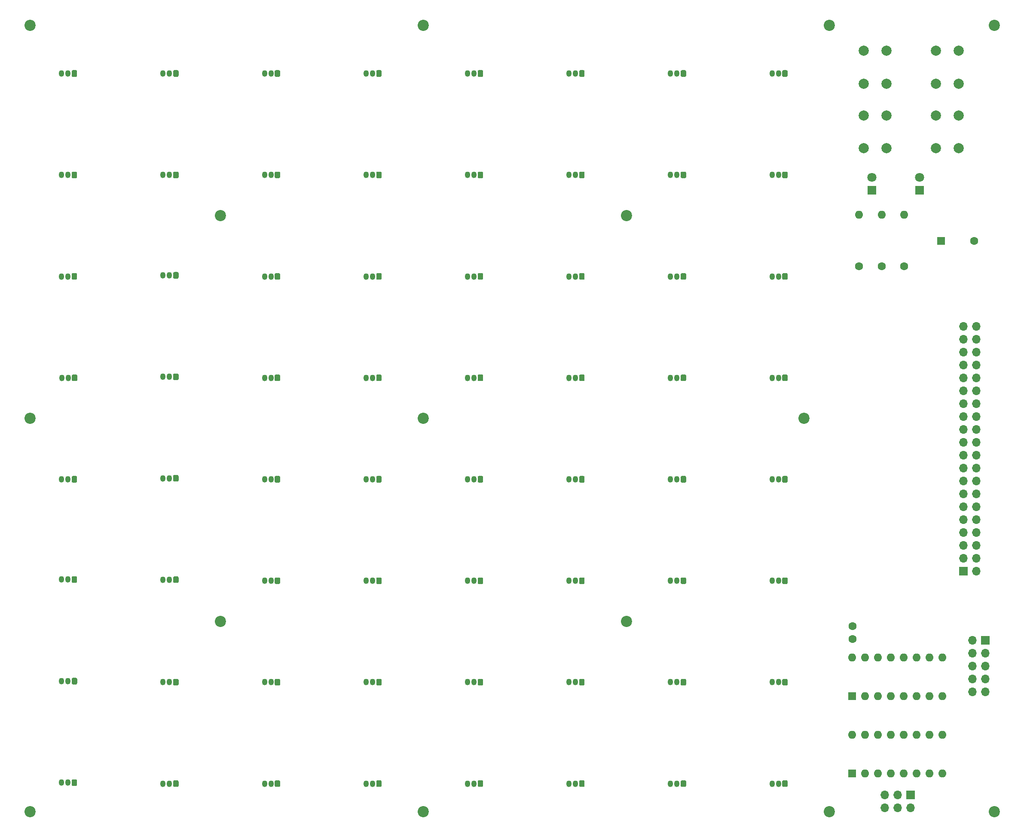
<source format=gbr>
%TF.GenerationSoftware,KiCad,Pcbnew,(5.1.4)-1*%
%TF.CreationDate,2021-06-18T22:58:37+05:30*%
%TF.ProjectId,board,626f6172-642e-46b6-9963-61645f706362,rev?*%
%TF.SameCoordinates,Original*%
%TF.FileFunction,Soldermask,Bot*%
%TF.FilePolarity,Negative*%
%FSLAX46Y46*%
G04 Gerber Fmt 4.6, Leading zero omitted, Abs format (unit mm)*
G04 Created by KiCad (PCBNEW (5.1.4)-1) date 2021-06-18 22:58:37*
%MOMM*%
%LPD*%
G04 APERTURE LIST*
%ADD10C,2.000000*%
%ADD11O,1.700000X1.700000*%
%ADD12R,1.700000X1.700000*%
%ADD13C,2.200000*%
%ADD14C,0.100000*%
%ADD15C,1.050000*%
%ADD16O,1.050000X1.300000*%
%ADD17C,1.600000*%
%ADD18R,1.600000X1.600000*%
%ADD19O,1.600000X1.600000*%
%ADD20C,1.800000*%
%ADD21R,1.800000X1.800000*%
G04 APERTURE END LIST*
D10*
%TO.C,SW4*%
X241000000Y-57500000D03*
X245500000Y-57500000D03*
X241000000Y-64000000D03*
X245500000Y-64000000D03*
%TD*%
D11*
%TO.C,e1*%
X248210000Y-183910000D03*
X250750000Y-183910000D03*
X248210000Y-181370000D03*
X250750000Y-181370000D03*
X248210000Y-178830000D03*
X250750000Y-178830000D03*
X248210000Y-176290000D03*
X250750000Y-176290000D03*
X248210000Y-173750000D03*
D12*
X250750000Y-173750000D03*
%TD*%
D13*
%TO.C,H15*%
X140000000Y-130000000D03*
%TD*%
%TO.C,H14*%
X180000000Y-170000000D03*
%TD*%
%TO.C,H13*%
X100000000Y-90000000D03*
%TD*%
%TO.C,H12*%
X100000000Y-170000000D03*
%TD*%
%TO.C,H11*%
X180000000Y-90000000D03*
%TD*%
D14*
%TO.C,U66*%
G36*
X211549594Y-201351203D02*
G01*
X211573853Y-201354802D01*
X211597642Y-201360761D01*
X211620733Y-201369023D01*
X211642902Y-201379508D01*
X211663937Y-201392116D01*
X211683635Y-201406725D01*
X211701806Y-201423194D01*
X211718275Y-201441365D01*
X211732884Y-201461063D01*
X211745492Y-201482098D01*
X211755977Y-201504267D01*
X211764239Y-201527358D01*
X211770198Y-201551147D01*
X211773797Y-201575406D01*
X211775000Y-201599900D01*
X211775000Y-202400100D01*
X211773797Y-202424594D01*
X211770198Y-202448853D01*
X211764239Y-202472642D01*
X211755977Y-202495733D01*
X211745492Y-202517902D01*
X211732884Y-202538937D01*
X211718275Y-202558635D01*
X211701806Y-202576806D01*
X211683635Y-202593275D01*
X211663937Y-202607884D01*
X211642902Y-202620492D01*
X211620733Y-202630977D01*
X211597642Y-202639239D01*
X211573853Y-202645198D01*
X211549594Y-202648797D01*
X211525100Y-202650000D01*
X210974900Y-202650000D01*
X210950406Y-202648797D01*
X210926147Y-202645198D01*
X210902358Y-202639239D01*
X210879267Y-202630977D01*
X210857098Y-202620492D01*
X210836063Y-202607884D01*
X210816365Y-202593275D01*
X210798194Y-202576806D01*
X210781725Y-202558635D01*
X210767116Y-202538937D01*
X210754508Y-202517902D01*
X210744023Y-202495733D01*
X210735761Y-202472642D01*
X210729802Y-202448853D01*
X210726203Y-202424594D01*
X210725000Y-202400100D01*
X210725000Y-201599900D01*
X210726203Y-201575406D01*
X210729802Y-201551147D01*
X210735761Y-201527358D01*
X210744023Y-201504267D01*
X210754508Y-201482098D01*
X210767116Y-201461063D01*
X210781725Y-201441365D01*
X210798194Y-201423194D01*
X210816365Y-201406725D01*
X210836063Y-201392116D01*
X210857098Y-201379508D01*
X210879267Y-201369023D01*
X210902358Y-201360761D01*
X210926147Y-201354802D01*
X210950406Y-201351203D01*
X210974900Y-201350000D01*
X211525100Y-201350000D01*
X211549594Y-201351203D01*
X211549594Y-201351203D01*
G37*
D15*
X211250000Y-202000000D03*
D16*
X208710000Y-202000000D03*
X209980000Y-202000000D03*
%TD*%
D14*
%TO.C,U65*%
G36*
X211549594Y-181351203D02*
G01*
X211573853Y-181354802D01*
X211597642Y-181360761D01*
X211620733Y-181369023D01*
X211642902Y-181379508D01*
X211663937Y-181392116D01*
X211683635Y-181406725D01*
X211701806Y-181423194D01*
X211718275Y-181441365D01*
X211732884Y-181461063D01*
X211745492Y-181482098D01*
X211755977Y-181504267D01*
X211764239Y-181527358D01*
X211770198Y-181551147D01*
X211773797Y-181575406D01*
X211775000Y-181599900D01*
X211775000Y-182400100D01*
X211773797Y-182424594D01*
X211770198Y-182448853D01*
X211764239Y-182472642D01*
X211755977Y-182495733D01*
X211745492Y-182517902D01*
X211732884Y-182538937D01*
X211718275Y-182558635D01*
X211701806Y-182576806D01*
X211683635Y-182593275D01*
X211663937Y-182607884D01*
X211642902Y-182620492D01*
X211620733Y-182630977D01*
X211597642Y-182639239D01*
X211573853Y-182645198D01*
X211549594Y-182648797D01*
X211525100Y-182650000D01*
X210974900Y-182650000D01*
X210950406Y-182648797D01*
X210926147Y-182645198D01*
X210902358Y-182639239D01*
X210879267Y-182630977D01*
X210857098Y-182620492D01*
X210836063Y-182607884D01*
X210816365Y-182593275D01*
X210798194Y-182576806D01*
X210781725Y-182558635D01*
X210767116Y-182538937D01*
X210754508Y-182517902D01*
X210744023Y-182495733D01*
X210735761Y-182472642D01*
X210729802Y-182448853D01*
X210726203Y-182424594D01*
X210725000Y-182400100D01*
X210725000Y-181599900D01*
X210726203Y-181575406D01*
X210729802Y-181551147D01*
X210735761Y-181527358D01*
X210744023Y-181504267D01*
X210754508Y-181482098D01*
X210767116Y-181461063D01*
X210781725Y-181441365D01*
X210798194Y-181423194D01*
X210816365Y-181406725D01*
X210836063Y-181392116D01*
X210857098Y-181379508D01*
X210879267Y-181369023D01*
X210902358Y-181360761D01*
X210926147Y-181354802D01*
X210950406Y-181351203D01*
X210974900Y-181350000D01*
X211525100Y-181350000D01*
X211549594Y-181351203D01*
X211549594Y-181351203D01*
G37*
D15*
X211250000Y-182000000D03*
D16*
X208710000Y-182000000D03*
X209980000Y-182000000D03*
%TD*%
D14*
%TO.C,U64*%
G36*
X211549594Y-161351203D02*
G01*
X211573853Y-161354802D01*
X211597642Y-161360761D01*
X211620733Y-161369023D01*
X211642902Y-161379508D01*
X211663937Y-161392116D01*
X211683635Y-161406725D01*
X211701806Y-161423194D01*
X211718275Y-161441365D01*
X211732884Y-161461063D01*
X211745492Y-161482098D01*
X211755977Y-161504267D01*
X211764239Y-161527358D01*
X211770198Y-161551147D01*
X211773797Y-161575406D01*
X211775000Y-161599900D01*
X211775000Y-162400100D01*
X211773797Y-162424594D01*
X211770198Y-162448853D01*
X211764239Y-162472642D01*
X211755977Y-162495733D01*
X211745492Y-162517902D01*
X211732884Y-162538937D01*
X211718275Y-162558635D01*
X211701806Y-162576806D01*
X211683635Y-162593275D01*
X211663937Y-162607884D01*
X211642902Y-162620492D01*
X211620733Y-162630977D01*
X211597642Y-162639239D01*
X211573853Y-162645198D01*
X211549594Y-162648797D01*
X211525100Y-162650000D01*
X210974900Y-162650000D01*
X210950406Y-162648797D01*
X210926147Y-162645198D01*
X210902358Y-162639239D01*
X210879267Y-162630977D01*
X210857098Y-162620492D01*
X210836063Y-162607884D01*
X210816365Y-162593275D01*
X210798194Y-162576806D01*
X210781725Y-162558635D01*
X210767116Y-162538937D01*
X210754508Y-162517902D01*
X210744023Y-162495733D01*
X210735761Y-162472642D01*
X210729802Y-162448853D01*
X210726203Y-162424594D01*
X210725000Y-162400100D01*
X210725000Y-161599900D01*
X210726203Y-161575406D01*
X210729802Y-161551147D01*
X210735761Y-161527358D01*
X210744023Y-161504267D01*
X210754508Y-161482098D01*
X210767116Y-161461063D01*
X210781725Y-161441365D01*
X210798194Y-161423194D01*
X210816365Y-161406725D01*
X210836063Y-161392116D01*
X210857098Y-161379508D01*
X210879267Y-161369023D01*
X210902358Y-161360761D01*
X210926147Y-161354802D01*
X210950406Y-161351203D01*
X210974900Y-161350000D01*
X211525100Y-161350000D01*
X211549594Y-161351203D01*
X211549594Y-161351203D01*
G37*
D15*
X211250000Y-162000000D03*
D16*
X208710000Y-162000000D03*
X209980000Y-162000000D03*
%TD*%
D14*
%TO.C,U63*%
G36*
X211549594Y-141351203D02*
G01*
X211573853Y-141354802D01*
X211597642Y-141360761D01*
X211620733Y-141369023D01*
X211642902Y-141379508D01*
X211663937Y-141392116D01*
X211683635Y-141406725D01*
X211701806Y-141423194D01*
X211718275Y-141441365D01*
X211732884Y-141461063D01*
X211745492Y-141482098D01*
X211755977Y-141504267D01*
X211764239Y-141527358D01*
X211770198Y-141551147D01*
X211773797Y-141575406D01*
X211775000Y-141599900D01*
X211775000Y-142400100D01*
X211773797Y-142424594D01*
X211770198Y-142448853D01*
X211764239Y-142472642D01*
X211755977Y-142495733D01*
X211745492Y-142517902D01*
X211732884Y-142538937D01*
X211718275Y-142558635D01*
X211701806Y-142576806D01*
X211683635Y-142593275D01*
X211663937Y-142607884D01*
X211642902Y-142620492D01*
X211620733Y-142630977D01*
X211597642Y-142639239D01*
X211573853Y-142645198D01*
X211549594Y-142648797D01*
X211525100Y-142650000D01*
X210974900Y-142650000D01*
X210950406Y-142648797D01*
X210926147Y-142645198D01*
X210902358Y-142639239D01*
X210879267Y-142630977D01*
X210857098Y-142620492D01*
X210836063Y-142607884D01*
X210816365Y-142593275D01*
X210798194Y-142576806D01*
X210781725Y-142558635D01*
X210767116Y-142538937D01*
X210754508Y-142517902D01*
X210744023Y-142495733D01*
X210735761Y-142472642D01*
X210729802Y-142448853D01*
X210726203Y-142424594D01*
X210725000Y-142400100D01*
X210725000Y-141599900D01*
X210726203Y-141575406D01*
X210729802Y-141551147D01*
X210735761Y-141527358D01*
X210744023Y-141504267D01*
X210754508Y-141482098D01*
X210767116Y-141461063D01*
X210781725Y-141441365D01*
X210798194Y-141423194D01*
X210816365Y-141406725D01*
X210836063Y-141392116D01*
X210857098Y-141379508D01*
X210879267Y-141369023D01*
X210902358Y-141360761D01*
X210926147Y-141354802D01*
X210950406Y-141351203D01*
X210974900Y-141350000D01*
X211525100Y-141350000D01*
X211549594Y-141351203D01*
X211549594Y-141351203D01*
G37*
D15*
X211250000Y-142000000D03*
D16*
X208710000Y-142000000D03*
X209980000Y-142000000D03*
%TD*%
D14*
%TO.C,U62*%
G36*
X211549594Y-121351203D02*
G01*
X211573853Y-121354802D01*
X211597642Y-121360761D01*
X211620733Y-121369023D01*
X211642902Y-121379508D01*
X211663937Y-121392116D01*
X211683635Y-121406725D01*
X211701806Y-121423194D01*
X211718275Y-121441365D01*
X211732884Y-121461063D01*
X211745492Y-121482098D01*
X211755977Y-121504267D01*
X211764239Y-121527358D01*
X211770198Y-121551147D01*
X211773797Y-121575406D01*
X211775000Y-121599900D01*
X211775000Y-122400100D01*
X211773797Y-122424594D01*
X211770198Y-122448853D01*
X211764239Y-122472642D01*
X211755977Y-122495733D01*
X211745492Y-122517902D01*
X211732884Y-122538937D01*
X211718275Y-122558635D01*
X211701806Y-122576806D01*
X211683635Y-122593275D01*
X211663937Y-122607884D01*
X211642902Y-122620492D01*
X211620733Y-122630977D01*
X211597642Y-122639239D01*
X211573853Y-122645198D01*
X211549594Y-122648797D01*
X211525100Y-122650000D01*
X210974900Y-122650000D01*
X210950406Y-122648797D01*
X210926147Y-122645198D01*
X210902358Y-122639239D01*
X210879267Y-122630977D01*
X210857098Y-122620492D01*
X210836063Y-122607884D01*
X210816365Y-122593275D01*
X210798194Y-122576806D01*
X210781725Y-122558635D01*
X210767116Y-122538937D01*
X210754508Y-122517902D01*
X210744023Y-122495733D01*
X210735761Y-122472642D01*
X210729802Y-122448853D01*
X210726203Y-122424594D01*
X210725000Y-122400100D01*
X210725000Y-121599900D01*
X210726203Y-121575406D01*
X210729802Y-121551147D01*
X210735761Y-121527358D01*
X210744023Y-121504267D01*
X210754508Y-121482098D01*
X210767116Y-121461063D01*
X210781725Y-121441365D01*
X210798194Y-121423194D01*
X210816365Y-121406725D01*
X210836063Y-121392116D01*
X210857098Y-121379508D01*
X210879267Y-121369023D01*
X210902358Y-121360761D01*
X210926147Y-121354802D01*
X210950406Y-121351203D01*
X210974900Y-121350000D01*
X211525100Y-121350000D01*
X211549594Y-121351203D01*
X211549594Y-121351203D01*
G37*
D15*
X211250000Y-122000000D03*
D16*
X208710000Y-122000000D03*
X209980000Y-122000000D03*
%TD*%
D14*
%TO.C,U61*%
G36*
X211549594Y-101351203D02*
G01*
X211573853Y-101354802D01*
X211597642Y-101360761D01*
X211620733Y-101369023D01*
X211642902Y-101379508D01*
X211663937Y-101392116D01*
X211683635Y-101406725D01*
X211701806Y-101423194D01*
X211718275Y-101441365D01*
X211732884Y-101461063D01*
X211745492Y-101482098D01*
X211755977Y-101504267D01*
X211764239Y-101527358D01*
X211770198Y-101551147D01*
X211773797Y-101575406D01*
X211775000Y-101599900D01*
X211775000Y-102400100D01*
X211773797Y-102424594D01*
X211770198Y-102448853D01*
X211764239Y-102472642D01*
X211755977Y-102495733D01*
X211745492Y-102517902D01*
X211732884Y-102538937D01*
X211718275Y-102558635D01*
X211701806Y-102576806D01*
X211683635Y-102593275D01*
X211663937Y-102607884D01*
X211642902Y-102620492D01*
X211620733Y-102630977D01*
X211597642Y-102639239D01*
X211573853Y-102645198D01*
X211549594Y-102648797D01*
X211525100Y-102650000D01*
X210974900Y-102650000D01*
X210950406Y-102648797D01*
X210926147Y-102645198D01*
X210902358Y-102639239D01*
X210879267Y-102630977D01*
X210857098Y-102620492D01*
X210836063Y-102607884D01*
X210816365Y-102593275D01*
X210798194Y-102576806D01*
X210781725Y-102558635D01*
X210767116Y-102538937D01*
X210754508Y-102517902D01*
X210744023Y-102495733D01*
X210735761Y-102472642D01*
X210729802Y-102448853D01*
X210726203Y-102424594D01*
X210725000Y-102400100D01*
X210725000Y-101599900D01*
X210726203Y-101575406D01*
X210729802Y-101551147D01*
X210735761Y-101527358D01*
X210744023Y-101504267D01*
X210754508Y-101482098D01*
X210767116Y-101461063D01*
X210781725Y-101441365D01*
X210798194Y-101423194D01*
X210816365Y-101406725D01*
X210836063Y-101392116D01*
X210857098Y-101379508D01*
X210879267Y-101369023D01*
X210902358Y-101360761D01*
X210926147Y-101354802D01*
X210950406Y-101351203D01*
X210974900Y-101350000D01*
X211525100Y-101350000D01*
X211549594Y-101351203D01*
X211549594Y-101351203D01*
G37*
D15*
X211250000Y-102000000D03*
D16*
X208710000Y-102000000D03*
X209980000Y-102000000D03*
%TD*%
D14*
%TO.C,U59*%
G36*
X211549594Y-61351203D02*
G01*
X211573853Y-61354802D01*
X211597642Y-61360761D01*
X211620733Y-61369023D01*
X211642902Y-61379508D01*
X211663937Y-61392116D01*
X211683635Y-61406725D01*
X211701806Y-61423194D01*
X211718275Y-61441365D01*
X211732884Y-61461063D01*
X211745492Y-61482098D01*
X211755977Y-61504267D01*
X211764239Y-61527358D01*
X211770198Y-61551147D01*
X211773797Y-61575406D01*
X211775000Y-61599900D01*
X211775000Y-62400100D01*
X211773797Y-62424594D01*
X211770198Y-62448853D01*
X211764239Y-62472642D01*
X211755977Y-62495733D01*
X211745492Y-62517902D01*
X211732884Y-62538937D01*
X211718275Y-62558635D01*
X211701806Y-62576806D01*
X211683635Y-62593275D01*
X211663937Y-62607884D01*
X211642902Y-62620492D01*
X211620733Y-62630977D01*
X211597642Y-62639239D01*
X211573853Y-62645198D01*
X211549594Y-62648797D01*
X211525100Y-62650000D01*
X210974900Y-62650000D01*
X210950406Y-62648797D01*
X210926147Y-62645198D01*
X210902358Y-62639239D01*
X210879267Y-62630977D01*
X210857098Y-62620492D01*
X210836063Y-62607884D01*
X210816365Y-62593275D01*
X210798194Y-62576806D01*
X210781725Y-62558635D01*
X210767116Y-62538937D01*
X210754508Y-62517902D01*
X210744023Y-62495733D01*
X210735761Y-62472642D01*
X210729802Y-62448853D01*
X210726203Y-62424594D01*
X210725000Y-62400100D01*
X210725000Y-61599900D01*
X210726203Y-61575406D01*
X210729802Y-61551147D01*
X210735761Y-61527358D01*
X210744023Y-61504267D01*
X210754508Y-61482098D01*
X210767116Y-61461063D01*
X210781725Y-61441365D01*
X210798194Y-61423194D01*
X210816365Y-61406725D01*
X210836063Y-61392116D01*
X210857098Y-61379508D01*
X210879267Y-61369023D01*
X210902358Y-61360761D01*
X210926147Y-61354802D01*
X210950406Y-61351203D01*
X210974900Y-61350000D01*
X211525100Y-61350000D01*
X211549594Y-61351203D01*
X211549594Y-61351203D01*
G37*
D15*
X211250000Y-62000000D03*
D16*
X208710000Y-62000000D03*
X209980000Y-62000000D03*
%TD*%
D14*
%TO.C,U58*%
G36*
X191549594Y-201351203D02*
G01*
X191573853Y-201354802D01*
X191597642Y-201360761D01*
X191620733Y-201369023D01*
X191642902Y-201379508D01*
X191663937Y-201392116D01*
X191683635Y-201406725D01*
X191701806Y-201423194D01*
X191718275Y-201441365D01*
X191732884Y-201461063D01*
X191745492Y-201482098D01*
X191755977Y-201504267D01*
X191764239Y-201527358D01*
X191770198Y-201551147D01*
X191773797Y-201575406D01*
X191775000Y-201599900D01*
X191775000Y-202400100D01*
X191773797Y-202424594D01*
X191770198Y-202448853D01*
X191764239Y-202472642D01*
X191755977Y-202495733D01*
X191745492Y-202517902D01*
X191732884Y-202538937D01*
X191718275Y-202558635D01*
X191701806Y-202576806D01*
X191683635Y-202593275D01*
X191663937Y-202607884D01*
X191642902Y-202620492D01*
X191620733Y-202630977D01*
X191597642Y-202639239D01*
X191573853Y-202645198D01*
X191549594Y-202648797D01*
X191525100Y-202650000D01*
X190974900Y-202650000D01*
X190950406Y-202648797D01*
X190926147Y-202645198D01*
X190902358Y-202639239D01*
X190879267Y-202630977D01*
X190857098Y-202620492D01*
X190836063Y-202607884D01*
X190816365Y-202593275D01*
X190798194Y-202576806D01*
X190781725Y-202558635D01*
X190767116Y-202538937D01*
X190754508Y-202517902D01*
X190744023Y-202495733D01*
X190735761Y-202472642D01*
X190729802Y-202448853D01*
X190726203Y-202424594D01*
X190725000Y-202400100D01*
X190725000Y-201599900D01*
X190726203Y-201575406D01*
X190729802Y-201551147D01*
X190735761Y-201527358D01*
X190744023Y-201504267D01*
X190754508Y-201482098D01*
X190767116Y-201461063D01*
X190781725Y-201441365D01*
X190798194Y-201423194D01*
X190816365Y-201406725D01*
X190836063Y-201392116D01*
X190857098Y-201379508D01*
X190879267Y-201369023D01*
X190902358Y-201360761D01*
X190926147Y-201354802D01*
X190950406Y-201351203D01*
X190974900Y-201350000D01*
X191525100Y-201350000D01*
X191549594Y-201351203D01*
X191549594Y-201351203D01*
G37*
D15*
X191250000Y-202000000D03*
D16*
X188710000Y-202000000D03*
X189980000Y-202000000D03*
%TD*%
D14*
%TO.C,U57*%
G36*
X191549594Y-181351203D02*
G01*
X191573853Y-181354802D01*
X191597642Y-181360761D01*
X191620733Y-181369023D01*
X191642902Y-181379508D01*
X191663937Y-181392116D01*
X191683635Y-181406725D01*
X191701806Y-181423194D01*
X191718275Y-181441365D01*
X191732884Y-181461063D01*
X191745492Y-181482098D01*
X191755977Y-181504267D01*
X191764239Y-181527358D01*
X191770198Y-181551147D01*
X191773797Y-181575406D01*
X191775000Y-181599900D01*
X191775000Y-182400100D01*
X191773797Y-182424594D01*
X191770198Y-182448853D01*
X191764239Y-182472642D01*
X191755977Y-182495733D01*
X191745492Y-182517902D01*
X191732884Y-182538937D01*
X191718275Y-182558635D01*
X191701806Y-182576806D01*
X191683635Y-182593275D01*
X191663937Y-182607884D01*
X191642902Y-182620492D01*
X191620733Y-182630977D01*
X191597642Y-182639239D01*
X191573853Y-182645198D01*
X191549594Y-182648797D01*
X191525100Y-182650000D01*
X190974900Y-182650000D01*
X190950406Y-182648797D01*
X190926147Y-182645198D01*
X190902358Y-182639239D01*
X190879267Y-182630977D01*
X190857098Y-182620492D01*
X190836063Y-182607884D01*
X190816365Y-182593275D01*
X190798194Y-182576806D01*
X190781725Y-182558635D01*
X190767116Y-182538937D01*
X190754508Y-182517902D01*
X190744023Y-182495733D01*
X190735761Y-182472642D01*
X190729802Y-182448853D01*
X190726203Y-182424594D01*
X190725000Y-182400100D01*
X190725000Y-181599900D01*
X190726203Y-181575406D01*
X190729802Y-181551147D01*
X190735761Y-181527358D01*
X190744023Y-181504267D01*
X190754508Y-181482098D01*
X190767116Y-181461063D01*
X190781725Y-181441365D01*
X190798194Y-181423194D01*
X190816365Y-181406725D01*
X190836063Y-181392116D01*
X190857098Y-181379508D01*
X190879267Y-181369023D01*
X190902358Y-181360761D01*
X190926147Y-181354802D01*
X190950406Y-181351203D01*
X190974900Y-181350000D01*
X191525100Y-181350000D01*
X191549594Y-181351203D01*
X191549594Y-181351203D01*
G37*
D15*
X191250000Y-182000000D03*
D16*
X188710000Y-182000000D03*
X189980000Y-182000000D03*
%TD*%
D14*
%TO.C,U56*%
G36*
X191549594Y-161351203D02*
G01*
X191573853Y-161354802D01*
X191597642Y-161360761D01*
X191620733Y-161369023D01*
X191642902Y-161379508D01*
X191663937Y-161392116D01*
X191683635Y-161406725D01*
X191701806Y-161423194D01*
X191718275Y-161441365D01*
X191732884Y-161461063D01*
X191745492Y-161482098D01*
X191755977Y-161504267D01*
X191764239Y-161527358D01*
X191770198Y-161551147D01*
X191773797Y-161575406D01*
X191775000Y-161599900D01*
X191775000Y-162400100D01*
X191773797Y-162424594D01*
X191770198Y-162448853D01*
X191764239Y-162472642D01*
X191755977Y-162495733D01*
X191745492Y-162517902D01*
X191732884Y-162538937D01*
X191718275Y-162558635D01*
X191701806Y-162576806D01*
X191683635Y-162593275D01*
X191663937Y-162607884D01*
X191642902Y-162620492D01*
X191620733Y-162630977D01*
X191597642Y-162639239D01*
X191573853Y-162645198D01*
X191549594Y-162648797D01*
X191525100Y-162650000D01*
X190974900Y-162650000D01*
X190950406Y-162648797D01*
X190926147Y-162645198D01*
X190902358Y-162639239D01*
X190879267Y-162630977D01*
X190857098Y-162620492D01*
X190836063Y-162607884D01*
X190816365Y-162593275D01*
X190798194Y-162576806D01*
X190781725Y-162558635D01*
X190767116Y-162538937D01*
X190754508Y-162517902D01*
X190744023Y-162495733D01*
X190735761Y-162472642D01*
X190729802Y-162448853D01*
X190726203Y-162424594D01*
X190725000Y-162400100D01*
X190725000Y-161599900D01*
X190726203Y-161575406D01*
X190729802Y-161551147D01*
X190735761Y-161527358D01*
X190744023Y-161504267D01*
X190754508Y-161482098D01*
X190767116Y-161461063D01*
X190781725Y-161441365D01*
X190798194Y-161423194D01*
X190816365Y-161406725D01*
X190836063Y-161392116D01*
X190857098Y-161379508D01*
X190879267Y-161369023D01*
X190902358Y-161360761D01*
X190926147Y-161354802D01*
X190950406Y-161351203D01*
X190974900Y-161350000D01*
X191525100Y-161350000D01*
X191549594Y-161351203D01*
X191549594Y-161351203D01*
G37*
D15*
X191250000Y-162000000D03*
D16*
X188710000Y-162000000D03*
X189980000Y-162000000D03*
%TD*%
D14*
%TO.C,U55*%
G36*
X191549594Y-141351203D02*
G01*
X191573853Y-141354802D01*
X191597642Y-141360761D01*
X191620733Y-141369023D01*
X191642902Y-141379508D01*
X191663937Y-141392116D01*
X191683635Y-141406725D01*
X191701806Y-141423194D01*
X191718275Y-141441365D01*
X191732884Y-141461063D01*
X191745492Y-141482098D01*
X191755977Y-141504267D01*
X191764239Y-141527358D01*
X191770198Y-141551147D01*
X191773797Y-141575406D01*
X191775000Y-141599900D01*
X191775000Y-142400100D01*
X191773797Y-142424594D01*
X191770198Y-142448853D01*
X191764239Y-142472642D01*
X191755977Y-142495733D01*
X191745492Y-142517902D01*
X191732884Y-142538937D01*
X191718275Y-142558635D01*
X191701806Y-142576806D01*
X191683635Y-142593275D01*
X191663937Y-142607884D01*
X191642902Y-142620492D01*
X191620733Y-142630977D01*
X191597642Y-142639239D01*
X191573853Y-142645198D01*
X191549594Y-142648797D01*
X191525100Y-142650000D01*
X190974900Y-142650000D01*
X190950406Y-142648797D01*
X190926147Y-142645198D01*
X190902358Y-142639239D01*
X190879267Y-142630977D01*
X190857098Y-142620492D01*
X190836063Y-142607884D01*
X190816365Y-142593275D01*
X190798194Y-142576806D01*
X190781725Y-142558635D01*
X190767116Y-142538937D01*
X190754508Y-142517902D01*
X190744023Y-142495733D01*
X190735761Y-142472642D01*
X190729802Y-142448853D01*
X190726203Y-142424594D01*
X190725000Y-142400100D01*
X190725000Y-141599900D01*
X190726203Y-141575406D01*
X190729802Y-141551147D01*
X190735761Y-141527358D01*
X190744023Y-141504267D01*
X190754508Y-141482098D01*
X190767116Y-141461063D01*
X190781725Y-141441365D01*
X190798194Y-141423194D01*
X190816365Y-141406725D01*
X190836063Y-141392116D01*
X190857098Y-141379508D01*
X190879267Y-141369023D01*
X190902358Y-141360761D01*
X190926147Y-141354802D01*
X190950406Y-141351203D01*
X190974900Y-141350000D01*
X191525100Y-141350000D01*
X191549594Y-141351203D01*
X191549594Y-141351203D01*
G37*
D15*
X191250000Y-142000000D03*
D16*
X188710000Y-142000000D03*
X189980000Y-142000000D03*
%TD*%
D14*
%TO.C,U54*%
G36*
X191549594Y-121351203D02*
G01*
X191573853Y-121354802D01*
X191597642Y-121360761D01*
X191620733Y-121369023D01*
X191642902Y-121379508D01*
X191663937Y-121392116D01*
X191683635Y-121406725D01*
X191701806Y-121423194D01*
X191718275Y-121441365D01*
X191732884Y-121461063D01*
X191745492Y-121482098D01*
X191755977Y-121504267D01*
X191764239Y-121527358D01*
X191770198Y-121551147D01*
X191773797Y-121575406D01*
X191775000Y-121599900D01*
X191775000Y-122400100D01*
X191773797Y-122424594D01*
X191770198Y-122448853D01*
X191764239Y-122472642D01*
X191755977Y-122495733D01*
X191745492Y-122517902D01*
X191732884Y-122538937D01*
X191718275Y-122558635D01*
X191701806Y-122576806D01*
X191683635Y-122593275D01*
X191663937Y-122607884D01*
X191642902Y-122620492D01*
X191620733Y-122630977D01*
X191597642Y-122639239D01*
X191573853Y-122645198D01*
X191549594Y-122648797D01*
X191525100Y-122650000D01*
X190974900Y-122650000D01*
X190950406Y-122648797D01*
X190926147Y-122645198D01*
X190902358Y-122639239D01*
X190879267Y-122630977D01*
X190857098Y-122620492D01*
X190836063Y-122607884D01*
X190816365Y-122593275D01*
X190798194Y-122576806D01*
X190781725Y-122558635D01*
X190767116Y-122538937D01*
X190754508Y-122517902D01*
X190744023Y-122495733D01*
X190735761Y-122472642D01*
X190729802Y-122448853D01*
X190726203Y-122424594D01*
X190725000Y-122400100D01*
X190725000Y-121599900D01*
X190726203Y-121575406D01*
X190729802Y-121551147D01*
X190735761Y-121527358D01*
X190744023Y-121504267D01*
X190754508Y-121482098D01*
X190767116Y-121461063D01*
X190781725Y-121441365D01*
X190798194Y-121423194D01*
X190816365Y-121406725D01*
X190836063Y-121392116D01*
X190857098Y-121379508D01*
X190879267Y-121369023D01*
X190902358Y-121360761D01*
X190926147Y-121354802D01*
X190950406Y-121351203D01*
X190974900Y-121350000D01*
X191525100Y-121350000D01*
X191549594Y-121351203D01*
X191549594Y-121351203D01*
G37*
D15*
X191250000Y-122000000D03*
D16*
X188710000Y-122000000D03*
X189980000Y-122000000D03*
%TD*%
D14*
%TO.C,U53*%
G36*
X191549594Y-101351203D02*
G01*
X191573853Y-101354802D01*
X191597642Y-101360761D01*
X191620733Y-101369023D01*
X191642902Y-101379508D01*
X191663937Y-101392116D01*
X191683635Y-101406725D01*
X191701806Y-101423194D01*
X191718275Y-101441365D01*
X191732884Y-101461063D01*
X191745492Y-101482098D01*
X191755977Y-101504267D01*
X191764239Y-101527358D01*
X191770198Y-101551147D01*
X191773797Y-101575406D01*
X191775000Y-101599900D01*
X191775000Y-102400100D01*
X191773797Y-102424594D01*
X191770198Y-102448853D01*
X191764239Y-102472642D01*
X191755977Y-102495733D01*
X191745492Y-102517902D01*
X191732884Y-102538937D01*
X191718275Y-102558635D01*
X191701806Y-102576806D01*
X191683635Y-102593275D01*
X191663937Y-102607884D01*
X191642902Y-102620492D01*
X191620733Y-102630977D01*
X191597642Y-102639239D01*
X191573853Y-102645198D01*
X191549594Y-102648797D01*
X191525100Y-102650000D01*
X190974900Y-102650000D01*
X190950406Y-102648797D01*
X190926147Y-102645198D01*
X190902358Y-102639239D01*
X190879267Y-102630977D01*
X190857098Y-102620492D01*
X190836063Y-102607884D01*
X190816365Y-102593275D01*
X190798194Y-102576806D01*
X190781725Y-102558635D01*
X190767116Y-102538937D01*
X190754508Y-102517902D01*
X190744023Y-102495733D01*
X190735761Y-102472642D01*
X190729802Y-102448853D01*
X190726203Y-102424594D01*
X190725000Y-102400100D01*
X190725000Y-101599900D01*
X190726203Y-101575406D01*
X190729802Y-101551147D01*
X190735761Y-101527358D01*
X190744023Y-101504267D01*
X190754508Y-101482098D01*
X190767116Y-101461063D01*
X190781725Y-101441365D01*
X190798194Y-101423194D01*
X190816365Y-101406725D01*
X190836063Y-101392116D01*
X190857098Y-101379508D01*
X190879267Y-101369023D01*
X190902358Y-101360761D01*
X190926147Y-101354802D01*
X190950406Y-101351203D01*
X190974900Y-101350000D01*
X191525100Y-101350000D01*
X191549594Y-101351203D01*
X191549594Y-101351203D01*
G37*
D15*
X191250000Y-102000000D03*
D16*
X188710000Y-102000000D03*
X189980000Y-102000000D03*
%TD*%
D14*
%TO.C,U51*%
G36*
X191549594Y-61351203D02*
G01*
X191573853Y-61354802D01*
X191597642Y-61360761D01*
X191620733Y-61369023D01*
X191642902Y-61379508D01*
X191663937Y-61392116D01*
X191683635Y-61406725D01*
X191701806Y-61423194D01*
X191718275Y-61441365D01*
X191732884Y-61461063D01*
X191745492Y-61482098D01*
X191755977Y-61504267D01*
X191764239Y-61527358D01*
X191770198Y-61551147D01*
X191773797Y-61575406D01*
X191775000Y-61599900D01*
X191775000Y-62400100D01*
X191773797Y-62424594D01*
X191770198Y-62448853D01*
X191764239Y-62472642D01*
X191755977Y-62495733D01*
X191745492Y-62517902D01*
X191732884Y-62538937D01*
X191718275Y-62558635D01*
X191701806Y-62576806D01*
X191683635Y-62593275D01*
X191663937Y-62607884D01*
X191642902Y-62620492D01*
X191620733Y-62630977D01*
X191597642Y-62639239D01*
X191573853Y-62645198D01*
X191549594Y-62648797D01*
X191525100Y-62650000D01*
X190974900Y-62650000D01*
X190950406Y-62648797D01*
X190926147Y-62645198D01*
X190902358Y-62639239D01*
X190879267Y-62630977D01*
X190857098Y-62620492D01*
X190836063Y-62607884D01*
X190816365Y-62593275D01*
X190798194Y-62576806D01*
X190781725Y-62558635D01*
X190767116Y-62538937D01*
X190754508Y-62517902D01*
X190744023Y-62495733D01*
X190735761Y-62472642D01*
X190729802Y-62448853D01*
X190726203Y-62424594D01*
X190725000Y-62400100D01*
X190725000Y-61599900D01*
X190726203Y-61575406D01*
X190729802Y-61551147D01*
X190735761Y-61527358D01*
X190744023Y-61504267D01*
X190754508Y-61482098D01*
X190767116Y-61461063D01*
X190781725Y-61441365D01*
X190798194Y-61423194D01*
X190816365Y-61406725D01*
X190836063Y-61392116D01*
X190857098Y-61379508D01*
X190879267Y-61369023D01*
X190902358Y-61360761D01*
X190926147Y-61354802D01*
X190950406Y-61351203D01*
X190974900Y-61350000D01*
X191525100Y-61350000D01*
X191549594Y-61351203D01*
X191549594Y-61351203D01*
G37*
D15*
X191250000Y-62000000D03*
D16*
X188710000Y-62000000D03*
X189980000Y-62000000D03*
%TD*%
D14*
%TO.C,U50*%
G36*
X171549594Y-201351203D02*
G01*
X171573853Y-201354802D01*
X171597642Y-201360761D01*
X171620733Y-201369023D01*
X171642902Y-201379508D01*
X171663937Y-201392116D01*
X171683635Y-201406725D01*
X171701806Y-201423194D01*
X171718275Y-201441365D01*
X171732884Y-201461063D01*
X171745492Y-201482098D01*
X171755977Y-201504267D01*
X171764239Y-201527358D01*
X171770198Y-201551147D01*
X171773797Y-201575406D01*
X171775000Y-201599900D01*
X171775000Y-202400100D01*
X171773797Y-202424594D01*
X171770198Y-202448853D01*
X171764239Y-202472642D01*
X171755977Y-202495733D01*
X171745492Y-202517902D01*
X171732884Y-202538937D01*
X171718275Y-202558635D01*
X171701806Y-202576806D01*
X171683635Y-202593275D01*
X171663937Y-202607884D01*
X171642902Y-202620492D01*
X171620733Y-202630977D01*
X171597642Y-202639239D01*
X171573853Y-202645198D01*
X171549594Y-202648797D01*
X171525100Y-202650000D01*
X170974900Y-202650000D01*
X170950406Y-202648797D01*
X170926147Y-202645198D01*
X170902358Y-202639239D01*
X170879267Y-202630977D01*
X170857098Y-202620492D01*
X170836063Y-202607884D01*
X170816365Y-202593275D01*
X170798194Y-202576806D01*
X170781725Y-202558635D01*
X170767116Y-202538937D01*
X170754508Y-202517902D01*
X170744023Y-202495733D01*
X170735761Y-202472642D01*
X170729802Y-202448853D01*
X170726203Y-202424594D01*
X170725000Y-202400100D01*
X170725000Y-201599900D01*
X170726203Y-201575406D01*
X170729802Y-201551147D01*
X170735761Y-201527358D01*
X170744023Y-201504267D01*
X170754508Y-201482098D01*
X170767116Y-201461063D01*
X170781725Y-201441365D01*
X170798194Y-201423194D01*
X170816365Y-201406725D01*
X170836063Y-201392116D01*
X170857098Y-201379508D01*
X170879267Y-201369023D01*
X170902358Y-201360761D01*
X170926147Y-201354802D01*
X170950406Y-201351203D01*
X170974900Y-201350000D01*
X171525100Y-201350000D01*
X171549594Y-201351203D01*
X171549594Y-201351203D01*
G37*
D15*
X171250000Y-202000000D03*
D16*
X168710000Y-202000000D03*
X169980000Y-202000000D03*
%TD*%
D14*
%TO.C,U49*%
G36*
X171549594Y-181351203D02*
G01*
X171573853Y-181354802D01*
X171597642Y-181360761D01*
X171620733Y-181369023D01*
X171642902Y-181379508D01*
X171663937Y-181392116D01*
X171683635Y-181406725D01*
X171701806Y-181423194D01*
X171718275Y-181441365D01*
X171732884Y-181461063D01*
X171745492Y-181482098D01*
X171755977Y-181504267D01*
X171764239Y-181527358D01*
X171770198Y-181551147D01*
X171773797Y-181575406D01*
X171775000Y-181599900D01*
X171775000Y-182400100D01*
X171773797Y-182424594D01*
X171770198Y-182448853D01*
X171764239Y-182472642D01*
X171755977Y-182495733D01*
X171745492Y-182517902D01*
X171732884Y-182538937D01*
X171718275Y-182558635D01*
X171701806Y-182576806D01*
X171683635Y-182593275D01*
X171663937Y-182607884D01*
X171642902Y-182620492D01*
X171620733Y-182630977D01*
X171597642Y-182639239D01*
X171573853Y-182645198D01*
X171549594Y-182648797D01*
X171525100Y-182650000D01*
X170974900Y-182650000D01*
X170950406Y-182648797D01*
X170926147Y-182645198D01*
X170902358Y-182639239D01*
X170879267Y-182630977D01*
X170857098Y-182620492D01*
X170836063Y-182607884D01*
X170816365Y-182593275D01*
X170798194Y-182576806D01*
X170781725Y-182558635D01*
X170767116Y-182538937D01*
X170754508Y-182517902D01*
X170744023Y-182495733D01*
X170735761Y-182472642D01*
X170729802Y-182448853D01*
X170726203Y-182424594D01*
X170725000Y-182400100D01*
X170725000Y-181599900D01*
X170726203Y-181575406D01*
X170729802Y-181551147D01*
X170735761Y-181527358D01*
X170744023Y-181504267D01*
X170754508Y-181482098D01*
X170767116Y-181461063D01*
X170781725Y-181441365D01*
X170798194Y-181423194D01*
X170816365Y-181406725D01*
X170836063Y-181392116D01*
X170857098Y-181379508D01*
X170879267Y-181369023D01*
X170902358Y-181360761D01*
X170926147Y-181354802D01*
X170950406Y-181351203D01*
X170974900Y-181350000D01*
X171525100Y-181350000D01*
X171549594Y-181351203D01*
X171549594Y-181351203D01*
G37*
D15*
X171250000Y-182000000D03*
D16*
X168710000Y-182000000D03*
X169980000Y-182000000D03*
%TD*%
D14*
%TO.C,U48*%
G36*
X171549594Y-161351203D02*
G01*
X171573853Y-161354802D01*
X171597642Y-161360761D01*
X171620733Y-161369023D01*
X171642902Y-161379508D01*
X171663937Y-161392116D01*
X171683635Y-161406725D01*
X171701806Y-161423194D01*
X171718275Y-161441365D01*
X171732884Y-161461063D01*
X171745492Y-161482098D01*
X171755977Y-161504267D01*
X171764239Y-161527358D01*
X171770198Y-161551147D01*
X171773797Y-161575406D01*
X171775000Y-161599900D01*
X171775000Y-162400100D01*
X171773797Y-162424594D01*
X171770198Y-162448853D01*
X171764239Y-162472642D01*
X171755977Y-162495733D01*
X171745492Y-162517902D01*
X171732884Y-162538937D01*
X171718275Y-162558635D01*
X171701806Y-162576806D01*
X171683635Y-162593275D01*
X171663937Y-162607884D01*
X171642902Y-162620492D01*
X171620733Y-162630977D01*
X171597642Y-162639239D01*
X171573853Y-162645198D01*
X171549594Y-162648797D01*
X171525100Y-162650000D01*
X170974900Y-162650000D01*
X170950406Y-162648797D01*
X170926147Y-162645198D01*
X170902358Y-162639239D01*
X170879267Y-162630977D01*
X170857098Y-162620492D01*
X170836063Y-162607884D01*
X170816365Y-162593275D01*
X170798194Y-162576806D01*
X170781725Y-162558635D01*
X170767116Y-162538937D01*
X170754508Y-162517902D01*
X170744023Y-162495733D01*
X170735761Y-162472642D01*
X170729802Y-162448853D01*
X170726203Y-162424594D01*
X170725000Y-162400100D01*
X170725000Y-161599900D01*
X170726203Y-161575406D01*
X170729802Y-161551147D01*
X170735761Y-161527358D01*
X170744023Y-161504267D01*
X170754508Y-161482098D01*
X170767116Y-161461063D01*
X170781725Y-161441365D01*
X170798194Y-161423194D01*
X170816365Y-161406725D01*
X170836063Y-161392116D01*
X170857098Y-161379508D01*
X170879267Y-161369023D01*
X170902358Y-161360761D01*
X170926147Y-161354802D01*
X170950406Y-161351203D01*
X170974900Y-161350000D01*
X171525100Y-161350000D01*
X171549594Y-161351203D01*
X171549594Y-161351203D01*
G37*
D15*
X171250000Y-162000000D03*
D16*
X168710000Y-162000000D03*
X169980000Y-162000000D03*
%TD*%
D14*
%TO.C,U47*%
G36*
X171549594Y-141351203D02*
G01*
X171573853Y-141354802D01*
X171597642Y-141360761D01*
X171620733Y-141369023D01*
X171642902Y-141379508D01*
X171663937Y-141392116D01*
X171683635Y-141406725D01*
X171701806Y-141423194D01*
X171718275Y-141441365D01*
X171732884Y-141461063D01*
X171745492Y-141482098D01*
X171755977Y-141504267D01*
X171764239Y-141527358D01*
X171770198Y-141551147D01*
X171773797Y-141575406D01*
X171775000Y-141599900D01*
X171775000Y-142400100D01*
X171773797Y-142424594D01*
X171770198Y-142448853D01*
X171764239Y-142472642D01*
X171755977Y-142495733D01*
X171745492Y-142517902D01*
X171732884Y-142538937D01*
X171718275Y-142558635D01*
X171701806Y-142576806D01*
X171683635Y-142593275D01*
X171663937Y-142607884D01*
X171642902Y-142620492D01*
X171620733Y-142630977D01*
X171597642Y-142639239D01*
X171573853Y-142645198D01*
X171549594Y-142648797D01*
X171525100Y-142650000D01*
X170974900Y-142650000D01*
X170950406Y-142648797D01*
X170926147Y-142645198D01*
X170902358Y-142639239D01*
X170879267Y-142630977D01*
X170857098Y-142620492D01*
X170836063Y-142607884D01*
X170816365Y-142593275D01*
X170798194Y-142576806D01*
X170781725Y-142558635D01*
X170767116Y-142538937D01*
X170754508Y-142517902D01*
X170744023Y-142495733D01*
X170735761Y-142472642D01*
X170729802Y-142448853D01*
X170726203Y-142424594D01*
X170725000Y-142400100D01*
X170725000Y-141599900D01*
X170726203Y-141575406D01*
X170729802Y-141551147D01*
X170735761Y-141527358D01*
X170744023Y-141504267D01*
X170754508Y-141482098D01*
X170767116Y-141461063D01*
X170781725Y-141441365D01*
X170798194Y-141423194D01*
X170816365Y-141406725D01*
X170836063Y-141392116D01*
X170857098Y-141379508D01*
X170879267Y-141369023D01*
X170902358Y-141360761D01*
X170926147Y-141354802D01*
X170950406Y-141351203D01*
X170974900Y-141350000D01*
X171525100Y-141350000D01*
X171549594Y-141351203D01*
X171549594Y-141351203D01*
G37*
D15*
X171250000Y-142000000D03*
D16*
X168710000Y-142000000D03*
X169980000Y-142000000D03*
%TD*%
D14*
%TO.C,U46*%
G36*
X171549594Y-121351203D02*
G01*
X171573853Y-121354802D01*
X171597642Y-121360761D01*
X171620733Y-121369023D01*
X171642902Y-121379508D01*
X171663937Y-121392116D01*
X171683635Y-121406725D01*
X171701806Y-121423194D01*
X171718275Y-121441365D01*
X171732884Y-121461063D01*
X171745492Y-121482098D01*
X171755977Y-121504267D01*
X171764239Y-121527358D01*
X171770198Y-121551147D01*
X171773797Y-121575406D01*
X171775000Y-121599900D01*
X171775000Y-122400100D01*
X171773797Y-122424594D01*
X171770198Y-122448853D01*
X171764239Y-122472642D01*
X171755977Y-122495733D01*
X171745492Y-122517902D01*
X171732884Y-122538937D01*
X171718275Y-122558635D01*
X171701806Y-122576806D01*
X171683635Y-122593275D01*
X171663937Y-122607884D01*
X171642902Y-122620492D01*
X171620733Y-122630977D01*
X171597642Y-122639239D01*
X171573853Y-122645198D01*
X171549594Y-122648797D01*
X171525100Y-122650000D01*
X170974900Y-122650000D01*
X170950406Y-122648797D01*
X170926147Y-122645198D01*
X170902358Y-122639239D01*
X170879267Y-122630977D01*
X170857098Y-122620492D01*
X170836063Y-122607884D01*
X170816365Y-122593275D01*
X170798194Y-122576806D01*
X170781725Y-122558635D01*
X170767116Y-122538937D01*
X170754508Y-122517902D01*
X170744023Y-122495733D01*
X170735761Y-122472642D01*
X170729802Y-122448853D01*
X170726203Y-122424594D01*
X170725000Y-122400100D01*
X170725000Y-121599900D01*
X170726203Y-121575406D01*
X170729802Y-121551147D01*
X170735761Y-121527358D01*
X170744023Y-121504267D01*
X170754508Y-121482098D01*
X170767116Y-121461063D01*
X170781725Y-121441365D01*
X170798194Y-121423194D01*
X170816365Y-121406725D01*
X170836063Y-121392116D01*
X170857098Y-121379508D01*
X170879267Y-121369023D01*
X170902358Y-121360761D01*
X170926147Y-121354802D01*
X170950406Y-121351203D01*
X170974900Y-121350000D01*
X171525100Y-121350000D01*
X171549594Y-121351203D01*
X171549594Y-121351203D01*
G37*
D15*
X171250000Y-122000000D03*
D16*
X168710000Y-122000000D03*
X169980000Y-122000000D03*
%TD*%
D14*
%TO.C,U45*%
G36*
X171549594Y-101351203D02*
G01*
X171573853Y-101354802D01*
X171597642Y-101360761D01*
X171620733Y-101369023D01*
X171642902Y-101379508D01*
X171663937Y-101392116D01*
X171683635Y-101406725D01*
X171701806Y-101423194D01*
X171718275Y-101441365D01*
X171732884Y-101461063D01*
X171745492Y-101482098D01*
X171755977Y-101504267D01*
X171764239Y-101527358D01*
X171770198Y-101551147D01*
X171773797Y-101575406D01*
X171775000Y-101599900D01*
X171775000Y-102400100D01*
X171773797Y-102424594D01*
X171770198Y-102448853D01*
X171764239Y-102472642D01*
X171755977Y-102495733D01*
X171745492Y-102517902D01*
X171732884Y-102538937D01*
X171718275Y-102558635D01*
X171701806Y-102576806D01*
X171683635Y-102593275D01*
X171663937Y-102607884D01*
X171642902Y-102620492D01*
X171620733Y-102630977D01*
X171597642Y-102639239D01*
X171573853Y-102645198D01*
X171549594Y-102648797D01*
X171525100Y-102650000D01*
X170974900Y-102650000D01*
X170950406Y-102648797D01*
X170926147Y-102645198D01*
X170902358Y-102639239D01*
X170879267Y-102630977D01*
X170857098Y-102620492D01*
X170836063Y-102607884D01*
X170816365Y-102593275D01*
X170798194Y-102576806D01*
X170781725Y-102558635D01*
X170767116Y-102538937D01*
X170754508Y-102517902D01*
X170744023Y-102495733D01*
X170735761Y-102472642D01*
X170729802Y-102448853D01*
X170726203Y-102424594D01*
X170725000Y-102400100D01*
X170725000Y-101599900D01*
X170726203Y-101575406D01*
X170729802Y-101551147D01*
X170735761Y-101527358D01*
X170744023Y-101504267D01*
X170754508Y-101482098D01*
X170767116Y-101461063D01*
X170781725Y-101441365D01*
X170798194Y-101423194D01*
X170816365Y-101406725D01*
X170836063Y-101392116D01*
X170857098Y-101379508D01*
X170879267Y-101369023D01*
X170902358Y-101360761D01*
X170926147Y-101354802D01*
X170950406Y-101351203D01*
X170974900Y-101350000D01*
X171525100Y-101350000D01*
X171549594Y-101351203D01*
X171549594Y-101351203D01*
G37*
D15*
X171250000Y-102000000D03*
D16*
X168710000Y-102000000D03*
X169980000Y-102000000D03*
%TD*%
D14*
%TO.C,U43*%
G36*
X171549594Y-61351203D02*
G01*
X171573853Y-61354802D01*
X171597642Y-61360761D01*
X171620733Y-61369023D01*
X171642902Y-61379508D01*
X171663937Y-61392116D01*
X171683635Y-61406725D01*
X171701806Y-61423194D01*
X171718275Y-61441365D01*
X171732884Y-61461063D01*
X171745492Y-61482098D01*
X171755977Y-61504267D01*
X171764239Y-61527358D01*
X171770198Y-61551147D01*
X171773797Y-61575406D01*
X171775000Y-61599900D01*
X171775000Y-62400100D01*
X171773797Y-62424594D01*
X171770198Y-62448853D01*
X171764239Y-62472642D01*
X171755977Y-62495733D01*
X171745492Y-62517902D01*
X171732884Y-62538937D01*
X171718275Y-62558635D01*
X171701806Y-62576806D01*
X171683635Y-62593275D01*
X171663937Y-62607884D01*
X171642902Y-62620492D01*
X171620733Y-62630977D01*
X171597642Y-62639239D01*
X171573853Y-62645198D01*
X171549594Y-62648797D01*
X171525100Y-62650000D01*
X170974900Y-62650000D01*
X170950406Y-62648797D01*
X170926147Y-62645198D01*
X170902358Y-62639239D01*
X170879267Y-62630977D01*
X170857098Y-62620492D01*
X170836063Y-62607884D01*
X170816365Y-62593275D01*
X170798194Y-62576806D01*
X170781725Y-62558635D01*
X170767116Y-62538937D01*
X170754508Y-62517902D01*
X170744023Y-62495733D01*
X170735761Y-62472642D01*
X170729802Y-62448853D01*
X170726203Y-62424594D01*
X170725000Y-62400100D01*
X170725000Y-61599900D01*
X170726203Y-61575406D01*
X170729802Y-61551147D01*
X170735761Y-61527358D01*
X170744023Y-61504267D01*
X170754508Y-61482098D01*
X170767116Y-61461063D01*
X170781725Y-61441365D01*
X170798194Y-61423194D01*
X170816365Y-61406725D01*
X170836063Y-61392116D01*
X170857098Y-61379508D01*
X170879267Y-61369023D01*
X170902358Y-61360761D01*
X170926147Y-61354802D01*
X170950406Y-61351203D01*
X170974900Y-61350000D01*
X171525100Y-61350000D01*
X171549594Y-61351203D01*
X171549594Y-61351203D01*
G37*
D15*
X171250000Y-62000000D03*
D16*
X168710000Y-62000000D03*
X169980000Y-62000000D03*
%TD*%
D14*
%TO.C,U42*%
G36*
X151549594Y-201351203D02*
G01*
X151573853Y-201354802D01*
X151597642Y-201360761D01*
X151620733Y-201369023D01*
X151642902Y-201379508D01*
X151663937Y-201392116D01*
X151683635Y-201406725D01*
X151701806Y-201423194D01*
X151718275Y-201441365D01*
X151732884Y-201461063D01*
X151745492Y-201482098D01*
X151755977Y-201504267D01*
X151764239Y-201527358D01*
X151770198Y-201551147D01*
X151773797Y-201575406D01*
X151775000Y-201599900D01*
X151775000Y-202400100D01*
X151773797Y-202424594D01*
X151770198Y-202448853D01*
X151764239Y-202472642D01*
X151755977Y-202495733D01*
X151745492Y-202517902D01*
X151732884Y-202538937D01*
X151718275Y-202558635D01*
X151701806Y-202576806D01*
X151683635Y-202593275D01*
X151663937Y-202607884D01*
X151642902Y-202620492D01*
X151620733Y-202630977D01*
X151597642Y-202639239D01*
X151573853Y-202645198D01*
X151549594Y-202648797D01*
X151525100Y-202650000D01*
X150974900Y-202650000D01*
X150950406Y-202648797D01*
X150926147Y-202645198D01*
X150902358Y-202639239D01*
X150879267Y-202630977D01*
X150857098Y-202620492D01*
X150836063Y-202607884D01*
X150816365Y-202593275D01*
X150798194Y-202576806D01*
X150781725Y-202558635D01*
X150767116Y-202538937D01*
X150754508Y-202517902D01*
X150744023Y-202495733D01*
X150735761Y-202472642D01*
X150729802Y-202448853D01*
X150726203Y-202424594D01*
X150725000Y-202400100D01*
X150725000Y-201599900D01*
X150726203Y-201575406D01*
X150729802Y-201551147D01*
X150735761Y-201527358D01*
X150744023Y-201504267D01*
X150754508Y-201482098D01*
X150767116Y-201461063D01*
X150781725Y-201441365D01*
X150798194Y-201423194D01*
X150816365Y-201406725D01*
X150836063Y-201392116D01*
X150857098Y-201379508D01*
X150879267Y-201369023D01*
X150902358Y-201360761D01*
X150926147Y-201354802D01*
X150950406Y-201351203D01*
X150974900Y-201350000D01*
X151525100Y-201350000D01*
X151549594Y-201351203D01*
X151549594Y-201351203D01*
G37*
D15*
X151250000Y-202000000D03*
D16*
X148710000Y-202000000D03*
X149980000Y-202000000D03*
%TD*%
D14*
%TO.C,U41*%
G36*
X151549594Y-181351203D02*
G01*
X151573853Y-181354802D01*
X151597642Y-181360761D01*
X151620733Y-181369023D01*
X151642902Y-181379508D01*
X151663937Y-181392116D01*
X151683635Y-181406725D01*
X151701806Y-181423194D01*
X151718275Y-181441365D01*
X151732884Y-181461063D01*
X151745492Y-181482098D01*
X151755977Y-181504267D01*
X151764239Y-181527358D01*
X151770198Y-181551147D01*
X151773797Y-181575406D01*
X151775000Y-181599900D01*
X151775000Y-182400100D01*
X151773797Y-182424594D01*
X151770198Y-182448853D01*
X151764239Y-182472642D01*
X151755977Y-182495733D01*
X151745492Y-182517902D01*
X151732884Y-182538937D01*
X151718275Y-182558635D01*
X151701806Y-182576806D01*
X151683635Y-182593275D01*
X151663937Y-182607884D01*
X151642902Y-182620492D01*
X151620733Y-182630977D01*
X151597642Y-182639239D01*
X151573853Y-182645198D01*
X151549594Y-182648797D01*
X151525100Y-182650000D01*
X150974900Y-182650000D01*
X150950406Y-182648797D01*
X150926147Y-182645198D01*
X150902358Y-182639239D01*
X150879267Y-182630977D01*
X150857098Y-182620492D01*
X150836063Y-182607884D01*
X150816365Y-182593275D01*
X150798194Y-182576806D01*
X150781725Y-182558635D01*
X150767116Y-182538937D01*
X150754508Y-182517902D01*
X150744023Y-182495733D01*
X150735761Y-182472642D01*
X150729802Y-182448853D01*
X150726203Y-182424594D01*
X150725000Y-182400100D01*
X150725000Y-181599900D01*
X150726203Y-181575406D01*
X150729802Y-181551147D01*
X150735761Y-181527358D01*
X150744023Y-181504267D01*
X150754508Y-181482098D01*
X150767116Y-181461063D01*
X150781725Y-181441365D01*
X150798194Y-181423194D01*
X150816365Y-181406725D01*
X150836063Y-181392116D01*
X150857098Y-181379508D01*
X150879267Y-181369023D01*
X150902358Y-181360761D01*
X150926147Y-181354802D01*
X150950406Y-181351203D01*
X150974900Y-181350000D01*
X151525100Y-181350000D01*
X151549594Y-181351203D01*
X151549594Y-181351203D01*
G37*
D15*
X151250000Y-182000000D03*
D16*
X148710000Y-182000000D03*
X149980000Y-182000000D03*
%TD*%
D14*
%TO.C,U40*%
G36*
X151549594Y-161351203D02*
G01*
X151573853Y-161354802D01*
X151597642Y-161360761D01*
X151620733Y-161369023D01*
X151642902Y-161379508D01*
X151663937Y-161392116D01*
X151683635Y-161406725D01*
X151701806Y-161423194D01*
X151718275Y-161441365D01*
X151732884Y-161461063D01*
X151745492Y-161482098D01*
X151755977Y-161504267D01*
X151764239Y-161527358D01*
X151770198Y-161551147D01*
X151773797Y-161575406D01*
X151775000Y-161599900D01*
X151775000Y-162400100D01*
X151773797Y-162424594D01*
X151770198Y-162448853D01*
X151764239Y-162472642D01*
X151755977Y-162495733D01*
X151745492Y-162517902D01*
X151732884Y-162538937D01*
X151718275Y-162558635D01*
X151701806Y-162576806D01*
X151683635Y-162593275D01*
X151663937Y-162607884D01*
X151642902Y-162620492D01*
X151620733Y-162630977D01*
X151597642Y-162639239D01*
X151573853Y-162645198D01*
X151549594Y-162648797D01*
X151525100Y-162650000D01*
X150974900Y-162650000D01*
X150950406Y-162648797D01*
X150926147Y-162645198D01*
X150902358Y-162639239D01*
X150879267Y-162630977D01*
X150857098Y-162620492D01*
X150836063Y-162607884D01*
X150816365Y-162593275D01*
X150798194Y-162576806D01*
X150781725Y-162558635D01*
X150767116Y-162538937D01*
X150754508Y-162517902D01*
X150744023Y-162495733D01*
X150735761Y-162472642D01*
X150729802Y-162448853D01*
X150726203Y-162424594D01*
X150725000Y-162400100D01*
X150725000Y-161599900D01*
X150726203Y-161575406D01*
X150729802Y-161551147D01*
X150735761Y-161527358D01*
X150744023Y-161504267D01*
X150754508Y-161482098D01*
X150767116Y-161461063D01*
X150781725Y-161441365D01*
X150798194Y-161423194D01*
X150816365Y-161406725D01*
X150836063Y-161392116D01*
X150857098Y-161379508D01*
X150879267Y-161369023D01*
X150902358Y-161360761D01*
X150926147Y-161354802D01*
X150950406Y-161351203D01*
X150974900Y-161350000D01*
X151525100Y-161350000D01*
X151549594Y-161351203D01*
X151549594Y-161351203D01*
G37*
D15*
X151250000Y-162000000D03*
D16*
X148710000Y-162000000D03*
X149980000Y-162000000D03*
%TD*%
D14*
%TO.C,U39*%
G36*
X151549594Y-141351203D02*
G01*
X151573853Y-141354802D01*
X151597642Y-141360761D01*
X151620733Y-141369023D01*
X151642902Y-141379508D01*
X151663937Y-141392116D01*
X151683635Y-141406725D01*
X151701806Y-141423194D01*
X151718275Y-141441365D01*
X151732884Y-141461063D01*
X151745492Y-141482098D01*
X151755977Y-141504267D01*
X151764239Y-141527358D01*
X151770198Y-141551147D01*
X151773797Y-141575406D01*
X151775000Y-141599900D01*
X151775000Y-142400100D01*
X151773797Y-142424594D01*
X151770198Y-142448853D01*
X151764239Y-142472642D01*
X151755977Y-142495733D01*
X151745492Y-142517902D01*
X151732884Y-142538937D01*
X151718275Y-142558635D01*
X151701806Y-142576806D01*
X151683635Y-142593275D01*
X151663937Y-142607884D01*
X151642902Y-142620492D01*
X151620733Y-142630977D01*
X151597642Y-142639239D01*
X151573853Y-142645198D01*
X151549594Y-142648797D01*
X151525100Y-142650000D01*
X150974900Y-142650000D01*
X150950406Y-142648797D01*
X150926147Y-142645198D01*
X150902358Y-142639239D01*
X150879267Y-142630977D01*
X150857098Y-142620492D01*
X150836063Y-142607884D01*
X150816365Y-142593275D01*
X150798194Y-142576806D01*
X150781725Y-142558635D01*
X150767116Y-142538937D01*
X150754508Y-142517902D01*
X150744023Y-142495733D01*
X150735761Y-142472642D01*
X150729802Y-142448853D01*
X150726203Y-142424594D01*
X150725000Y-142400100D01*
X150725000Y-141599900D01*
X150726203Y-141575406D01*
X150729802Y-141551147D01*
X150735761Y-141527358D01*
X150744023Y-141504267D01*
X150754508Y-141482098D01*
X150767116Y-141461063D01*
X150781725Y-141441365D01*
X150798194Y-141423194D01*
X150816365Y-141406725D01*
X150836063Y-141392116D01*
X150857098Y-141379508D01*
X150879267Y-141369023D01*
X150902358Y-141360761D01*
X150926147Y-141354802D01*
X150950406Y-141351203D01*
X150974900Y-141350000D01*
X151525100Y-141350000D01*
X151549594Y-141351203D01*
X151549594Y-141351203D01*
G37*
D15*
X151250000Y-142000000D03*
D16*
X148710000Y-142000000D03*
X149980000Y-142000000D03*
%TD*%
D14*
%TO.C,U38*%
G36*
X151549594Y-121351203D02*
G01*
X151573853Y-121354802D01*
X151597642Y-121360761D01*
X151620733Y-121369023D01*
X151642902Y-121379508D01*
X151663937Y-121392116D01*
X151683635Y-121406725D01*
X151701806Y-121423194D01*
X151718275Y-121441365D01*
X151732884Y-121461063D01*
X151745492Y-121482098D01*
X151755977Y-121504267D01*
X151764239Y-121527358D01*
X151770198Y-121551147D01*
X151773797Y-121575406D01*
X151775000Y-121599900D01*
X151775000Y-122400100D01*
X151773797Y-122424594D01*
X151770198Y-122448853D01*
X151764239Y-122472642D01*
X151755977Y-122495733D01*
X151745492Y-122517902D01*
X151732884Y-122538937D01*
X151718275Y-122558635D01*
X151701806Y-122576806D01*
X151683635Y-122593275D01*
X151663937Y-122607884D01*
X151642902Y-122620492D01*
X151620733Y-122630977D01*
X151597642Y-122639239D01*
X151573853Y-122645198D01*
X151549594Y-122648797D01*
X151525100Y-122650000D01*
X150974900Y-122650000D01*
X150950406Y-122648797D01*
X150926147Y-122645198D01*
X150902358Y-122639239D01*
X150879267Y-122630977D01*
X150857098Y-122620492D01*
X150836063Y-122607884D01*
X150816365Y-122593275D01*
X150798194Y-122576806D01*
X150781725Y-122558635D01*
X150767116Y-122538937D01*
X150754508Y-122517902D01*
X150744023Y-122495733D01*
X150735761Y-122472642D01*
X150729802Y-122448853D01*
X150726203Y-122424594D01*
X150725000Y-122400100D01*
X150725000Y-121599900D01*
X150726203Y-121575406D01*
X150729802Y-121551147D01*
X150735761Y-121527358D01*
X150744023Y-121504267D01*
X150754508Y-121482098D01*
X150767116Y-121461063D01*
X150781725Y-121441365D01*
X150798194Y-121423194D01*
X150816365Y-121406725D01*
X150836063Y-121392116D01*
X150857098Y-121379508D01*
X150879267Y-121369023D01*
X150902358Y-121360761D01*
X150926147Y-121354802D01*
X150950406Y-121351203D01*
X150974900Y-121350000D01*
X151525100Y-121350000D01*
X151549594Y-121351203D01*
X151549594Y-121351203D01*
G37*
D15*
X151250000Y-122000000D03*
D16*
X148710000Y-122000000D03*
X149980000Y-122000000D03*
%TD*%
D14*
%TO.C,U37*%
G36*
X151549594Y-101351203D02*
G01*
X151573853Y-101354802D01*
X151597642Y-101360761D01*
X151620733Y-101369023D01*
X151642902Y-101379508D01*
X151663937Y-101392116D01*
X151683635Y-101406725D01*
X151701806Y-101423194D01*
X151718275Y-101441365D01*
X151732884Y-101461063D01*
X151745492Y-101482098D01*
X151755977Y-101504267D01*
X151764239Y-101527358D01*
X151770198Y-101551147D01*
X151773797Y-101575406D01*
X151775000Y-101599900D01*
X151775000Y-102400100D01*
X151773797Y-102424594D01*
X151770198Y-102448853D01*
X151764239Y-102472642D01*
X151755977Y-102495733D01*
X151745492Y-102517902D01*
X151732884Y-102538937D01*
X151718275Y-102558635D01*
X151701806Y-102576806D01*
X151683635Y-102593275D01*
X151663937Y-102607884D01*
X151642902Y-102620492D01*
X151620733Y-102630977D01*
X151597642Y-102639239D01*
X151573853Y-102645198D01*
X151549594Y-102648797D01*
X151525100Y-102650000D01*
X150974900Y-102650000D01*
X150950406Y-102648797D01*
X150926147Y-102645198D01*
X150902358Y-102639239D01*
X150879267Y-102630977D01*
X150857098Y-102620492D01*
X150836063Y-102607884D01*
X150816365Y-102593275D01*
X150798194Y-102576806D01*
X150781725Y-102558635D01*
X150767116Y-102538937D01*
X150754508Y-102517902D01*
X150744023Y-102495733D01*
X150735761Y-102472642D01*
X150729802Y-102448853D01*
X150726203Y-102424594D01*
X150725000Y-102400100D01*
X150725000Y-101599900D01*
X150726203Y-101575406D01*
X150729802Y-101551147D01*
X150735761Y-101527358D01*
X150744023Y-101504267D01*
X150754508Y-101482098D01*
X150767116Y-101461063D01*
X150781725Y-101441365D01*
X150798194Y-101423194D01*
X150816365Y-101406725D01*
X150836063Y-101392116D01*
X150857098Y-101379508D01*
X150879267Y-101369023D01*
X150902358Y-101360761D01*
X150926147Y-101354802D01*
X150950406Y-101351203D01*
X150974900Y-101350000D01*
X151525100Y-101350000D01*
X151549594Y-101351203D01*
X151549594Y-101351203D01*
G37*
D15*
X151250000Y-102000000D03*
D16*
X148710000Y-102000000D03*
X149980000Y-102000000D03*
%TD*%
D14*
%TO.C,U35*%
G36*
X151549594Y-61351203D02*
G01*
X151573853Y-61354802D01*
X151597642Y-61360761D01*
X151620733Y-61369023D01*
X151642902Y-61379508D01*
X151663937Y-61392116D01*
X151683635Y-61406725D01*
X151701806Y-61423194D01*
X151718275Y-61441365D01*
X151732884Y-61461063D01*
X151745492Y-61482098D01*
X151755977Y-61504267D01*
X151764239Y-61527358D01*
X151770198Y-61551147D01*
X151773797Y-61575406D01*
X151775000Y-61599900D01*
X151775000Y-62400100D01*
X151773797Y-62424594D01*
X151770198Y-62448853D01*
X151764239Y-62472642D01*
X151755977Y-62495733D01*
X151745492Y-62517902D01*
X151732884Y-62538937D01*
X151718275Y-62558635D01*
X151701806Y-62576806D01*
X151683635Y-62593275D01*
X151663937Y-62607884D01*
X151642902Y-62620492D01*
X151620733Y-62630977D01*
X151597642Y-62639239D01*
X151573853Y-62645198D01*
X151549594Y-62648797D01*
X151525100Y-62650000D01*
X150974900Y-62650000D01*
X150950406Y-62648797D01*
X150926147Y-62645198D01*
X150902358Y-62639239D01*
X150879267Y-62630977D01*
X150857098Y-62620492D01*
X150836063Y-62607884D01*
X150816365Y-62593275D01*
X150798194Y-62576806D01*
X150781725Y-62558635D01*
X150767116Y-62538937D01*
X150754508Y-62517902D01*
X150744023Y-62495733D01*
X150735761Y-62472642D01*
X150729802Y-62448853D01*
X150726203Y-62424594D01*
X150725000Y-62400100D01*
X150725000Y-61599900D01*
X150726203Y-61575406D01*
X150729802Y-61551147D01*
X150735761Y-61527358D01*
X150744023Y-61504267D01*
X150754508Y-61482098D01*
X150767116Y-61461063D01*
X150781725Y-61441365D01*
X150798194Y-61423194D01*
X150816365Y-61406725D01*
X150836063Y-61392116D01*
X150857098Y-61379508D01*
X150879267Y-61369023D01*
X150902358Y-61360761D01*
X150926147Y-61354802D01*
X150950406Y-61351203D01*
X150974900Y-61350000D01*
X151525100Y-61350000D01*
X151549594Y-61351203D01*
X151549594Y-61351203D01*
G37*
D15*
X151250000Y-62000000D03*
D16*
X148710000Y-62000000D03*
X149980000Y-62000000D03*
%TD*%
D14*
%TO.C,U34*%
G36*
X131549594Y-201351203D02*
G01*
X131573853Y-201354802D01*
X131597642Y-201360761D01*
X131620733Y-201369023D01*
X131642902Y-201379508D01*
X131663937Y-201392116D01*
X131683635Y-201406725D01*
X131701806Y-201423194D01*
X131718275Y-201441365D01*
X131732884Y-201461063D01*
X131745492Y-201482098D01*
X131755977Y-201504267D01*
X131764239Y-201527358D01*
X131770198Y-201551147D01*
X131773797Y-201575406D01*
X131775000Y-201599900D01*
X131775000Y-202400100D01*
X131773797Y-202424594D01*
X131770198Y-202448853D01*
X131764239Y-202472642D01*
X131755977Y-202495733D01*
X131745492Y-202517902D01*
X131732884Y-202538937D01*
X131718275Y-202558635D01*
X131701806Y-202576806D01*
X131683635Y-202593275D01*
X131663937Y-202607884D01*
X131642902Y-202620492D01*
X131620733Y-202630977D01*
X131597642Y-202639239D01*
X131573853Y-202645198D01*
X131549594Y-202648797D01*
X131525100Y-202650000D01*
X130974900Y-202650000D01*
X130950406Y-202648797D01*
X130926147Y-202645198D01*
X130902358Y-202639239D01*
X130879267Y-202630977D01*
X130857098Y-202620492D01*
X130836063Y-202607884D01*
X130816365Y-202593275D01*
X130798194Y-202576806D01*
X130781725Y-202558635D01*
X130767116Y-202538937D01*
X130754508Y-202517902D01*
X130744023Y-202495733D01*
X130735761Y-202472642D01*
X130729802Y-202448853D01*
X130726203Y-202424594D01*
X130725000Y-202400100D01*
X130725000Y-201599900D01*
X130726203Y-201575406D01*
X130729802Y-201551147D01*
X130735761Y-201527358D01*
X130744023Y-201504267D01*
X130754508Y-201482098D01*
X130767116Y-201461063D01*
X130781725Y-201441365D01*
X130798194Y-201423194D01*
X130816365Y-201406725D01*
X130836063Y-201392116D01*
X130857098Y-201379508D01*
X130879267Y-201369023D01*
X130902358Y-201360761D01*
X130926147Y-201354802D01*
X130950406Y-201351203D01*
X130974900Y-201350000D01*
X131525100Y-201350000D01*
X131549594Y-201351203D01*
X131549594Y-201351203D01*
G37*
D15*
X131250000Y-202000000D03*
D16*
X128710000Y-202000000D03*
X129980000Y-202000000D03*
%TD*%
D14*
%TO.C,U33*%
G36*
X131549594Y-181351203D02*
G01*
X131573853Y-181354802D01*
X131597642Y-181360761D01*
X131620733Y-181369023D01*
X131642902Y-181379508D01*
X131663937Y-181392116D01*
X131683635Y-181406725D01*
X131701806Y-181423194D01*
X131718275Y-181441365D01*
X131732884Y-181461063D01*
X131745492Y-181482098D01*
X131755977Y-181504267D01*
X131764239Y-181527358D01*
X131770198Y-181551147D01*
X131773797Y-181575406D01*
X131775000Y-181599900D01*
X131775000Y-182400100D01*
X131773797Y-182424594D01*
X131770198Y-182448853D01*
X131764239Y-182472642D01*
X131755977Y-182495733D01*
X131745492Y-182517902D01*
X131732884Y-182538937D01*
X131718275Y-182558635D01*
X131701806Y-182576806D01*
X131683635Y-182593275D01*
X131663937Y-182607884D01*
X131642902Y-182620492D01*
X131620733Y-182630977D01*
X131597642Y-182639239D01*
X131573853Y-182645198D01*
X131549594Y-182648797D01*
X131525100Y-182650000D01*
X130974900Y-182650000D01*
X130950406Y-182648797D01*
X130926147Y-182645198D01*
X130902358Y-182639239D01*
X130879267Y-182630977D01*
X130857098Y-182620492D01*
X130836063Y-182607884D01*
X130816365Y-182593275D01*
X130798194Y-182576806D01*
X130781725Y-182558635D01*
X130767116Y-182538937D01*
X130754508Y-182517902D01*
X130744023Y-182495733D01*
X130735761Y-182472642D01*
X130729802Y-182448853D01*
X130726203Y-182424594D01*
X130725000Y-182400100D01*
X130725000Y-181599900D01*
X130726203Y-181575406D01*
X130729802Y-181551147D01*
X130735761Y-181527358D01*
X130744023Y-181504267D01*
X130754508Y-181482098D01*
X130767116Y-181461063D01*
X130781725Y-181441365D01*
X130798194Y-181423194D01*
X130816365Y-181406725D01*
X130836063Y-181392116D01*
X130857098Y-181379508D01*
X130879267Y-181369023D01*
X130902358Y-181360761D01*
X130926147Y-181354802D01*
X130950406Y-181351203D01*
X130974900Y-181350000D01*
X131525100Y-181350000D01*
X131549594Y-181351203D01*
X131549594Y-181351203D01*
G37*
D15*
X131250000Y-182000000D03*
D16*
X128710000Y-182000000D03*
X129980000Y-182000000D03*
%TD*%
D14*
%TO.C,U32*%
G36*
X131549594Y-161351203D02*
G01*
X131573853Y-161354802D01*
X131597642Y-161360761D01*
X131620733Y-161369023D01*
X131642902Y-161379508D01*
X131663937Y-161392116D01*
X131683635Y-161406725D01*
X131701806Y-161423194D01*
X131718275Y-161441365D01*
X131732884Y-161461063D01*
X131745492Y-161482098D01*
X131755977Y-161504267D01*
X131764239Y-161527358D01*
X131770198Y-161551147D01*
X131773797Y-161575406D01*
X131775000Y-161599900D01*
X131775000Y-162400100D01*
X131773797Y-162424594D01*
X131770198Y-162448853D01*
X131764239Y-162472642D01*
X131755977Y-162495733D01*
X131745492Y-162517902D01*
X131732884Y-162538937D01*
X131718275Y-162558635D01*
X131701806Y-162576806D01*
X131683635Y-162593275D01*
X131663937Y-162607884D01*
X131642902Y-162620492D01*
X131620733Y-162630977D01*
X131597642Y-162639239D01*
X131573853Y-162645198D01*
X131549594Y-162648797D01*
X131525100Y-162650000D01*
X130974900Y-162650000D01*
X130950406Y-162648797D01*
X130926147Y-162645198D01*
X130902358Y-162639239D01*
X130879267Y-162630977D01*
X130857098Y-162620492D01*
X130836063Y-162607884D01*
X130816365Y-162593275D01*
X130798194Y-162576806D01*
X130781725Y-162558635D01*
X130767116Y-162538937D01*
X130754508Y-162517902D01*
X130744023Y-162495733D01*
X130735761Y-162472642D01*
X130729802Y-162448853D01*
X130726203Y-162424594D01*
X130725000Y-162400100D01*
X130725000Y-161599900D01*
X130726203Y-161575406D01*
X130729802Y-161551147D01*
X130735761Y-161527358D01*
X130744023Y-161504267D01*
X130754508Y-161482098D01*
X130767116Y-161461063D01*
X130781725Y-161441365D01*
X130798194Y-161423194D01*
X130816365Y-161406725D01*
X130836063Y-161392116D01*
X130857098Y-161379508D01*
X130879267Y-161369023D01*
X130902358Y-161360761D01*
X130926147Y-161354802D01*
X130950406Y-161351203D01*
X130974900Y-161350000D01*
X131525100Y-161350000D01*
X131549594Y-161351203D01*
X131549594Y-161351203D01*
G37*
D15*
X131250000Y-162000000D03*
D16*
X128710000Y-162000000D03*
X129980000Y-162000000D03*
%TD*%
D14*
%TO.C,U31*%
G36*
X131549594Y-141351203D02*
G01*
X131573853Y-141354802D01*
X131597642Y-141360761D01*
X131620733Y-141369023D01*
X131642902Y-141379508D01*
X131663937Y-141392116D01*
X131683635Y-141406725D01*
X131701806Y-141423194D01*
X131718275Y-141441365D01*
X131732884Y-141461063D01*
X131745492Y-141482098D01*
X131755977Y-141504267D01*
X131764239Y-141527358D01*
X131770198Y-141551147D01*
X131773797Y-141575406D01*
X131775000Y-141599900D01*
X131775000Y-142400100D01*
X131773797Y-142424594D01*
X131770198Y-142448853D01*
X131764239Y-142472642D01*
X131755977Y-142495733D01*
X131745492Y-142517902D01*
X131732884Y-142538937D01*
X131718275Y-142558635D01*
X131701806Y-142576806D01*
X131683635Y-142593275D01*
X131663937Y-142607884D01*
X131642902Y-142620492D01*
X131620733Y-142630977D01*
X131597642Y-142639239D01*
X131573853Y-142645198D01*
X131549594Y-142648797D01*
X131525100Y-142650000D01*
X130974900Y-142650000D01*
X130950406Y-142648797D01*
X130926147Y-142645198D01*
X130902358Y-142639239D01*
X130879267Y-142630977D01*
X130857098Y-142620492D01*
X130836063Y-142607884D01*
X130816365Y-142593275D01*
X130798194Y-142576806D01*
X130781725Y-142558635D01*
X130767116Y-142538937D01*
X130754508Y-142517902D01*
X130744023Y-142495733D01*
X130735761Y-142472642D01*
X130729802Y-142448853D01*
X130726203Y-142424594D01*
X130725000Y-142400100D01*
X130725000Y-141599900D01*
X130726203Y-141575406D01*
X130729802Y-141551147D01*
X130735761Y-141527358D01*
X130744023Y-141504267D01*
X130754508Y-141482098D01*
X130767116Y-141461063D01*
X130781725Y-141441365D01*
X130798194Y-141423194D01*
X130816365Y-141406725D01*
X130836063Y-141392116D01*
X130857098Y-141379508D01*
X130879267Y-141369023D01*
X130902358Y-141360761D01*
X130926147Y-141354802D01*
X130950406Y-141351203D01*
X130974900Y-141350000D01*
X131525100Y-141350000D01*
X131549594Y-141351203D01*
X131549594Y-141351203D01*
G37*
D15*
X131250000Y-142000000D03*
D16*
X128710000Y-142000000D03*
X129980000Y-142000000D03*
%TD*%
D14*
%TO.C,U30*%
G36*
X131549594Y-121351203D02*
G01*
X131573853Y-121354802D01*
X131597642Y-121360761D01*
X131620733Y-121369023D01*
X131642902Y-121379508D01*
X131663937Y-121392116D01*
X131683635Y-121406725D01*
X131701806Y-121423194D01*
X131718275Y-121441365D01*
X131732884Y-121461063D01*
X131745492Y-121482098D01*
X131755977Y-121504267D01*
X131764239Y-121527358D01*
X131770198Y-121551147D01*
X131773797Y-121575406D01*
X131775000Y-121599900D01*
X131775000Y-122400100D01*
X131773797Y-122424594D01*
X131770198Y-122448853D01*
X131764239Y-122472642D01*
X131755977Y-122495733D01*
X131745492Y-122517902D01*
X131732884Y-122538937D01*
X131718275Y-122558635D01*
X131701806Y-122576806D01*
X131683635Y-122593275D01*
X131663937Y-122607884D01*
X131642902Y-122620492D01*
X131620733Y-122630977D01*
X131597642Y-122639239D01*
X131573853Y-122645198D01*
X131549594Y-122648797D01*
X131525100Y-122650000D01*
X130974900Y-122650000D01*
X130950406Y-122648797D01*
X130926147Y-122645198D01*
X130902358Y-122639239D01*
X130879267Y-122630977D01*
X130857098Y-122620492D01*
X130836063Y-122607884D01*
X130816365Y-122593275D01*
X130798194Y-122576806D01*
X130781725Y-122558635D01*
X130767116Y-122538937D01*
X130754508Y-122517902D01*
X130744023Y-122495733D01*
X130735761Y-122472642D01*
X130729802Y-122448853D01*
X130726203Y-122424594D01*
X130725000Y-122400100D01*
X130725000Y-121599900D01*
X130726203Y-121575406D01*
X130729802Y-121551147D01*
X130735761Y-121527358D01*
X130744023Y-121504267D01*
X130754508Y-121482098D01*
X130767116Y-121461063D01*
X130781725Y-121441365D01*
X130798194Y-121423194D01*
X130816365Y-121406725D01*
X130836063Y-121392116D01*
X130857098Y-121379508D01*
X130879267Y-121369023D01*
X130902358Y-121360761D01*
X130926147Y-121354802D01*
X130950406Y-121351203D01*
X130974900Y-121350000D01*
X131525100Y-121350000D01*
X131549594Y-121351203D01*
X131549594Y-121351203D01*
G37*
D15*
X131250000Y-122000000D03*
D16*
X128710000Y-122000000D03*
X129980000Y-122000000D03*
%TD*%
D14*
%TO.C,U29*%
G36*
X131549594Y-101351203D02*
G01*
X131573853Y-101354802D01*
X131597642Y-101360761D01*
X131620733Y-101369023D01*
X131642902Y-101379508D01*
X131663937Y-101392116D01*
X131683635Y-101406725D01*
X131701806Y-101423194D01*
X131718275Y-101441365D01*
X131732884Y-101461063D01*
X131745492Y-101482098D01*
X131755977Y-101504267D01*
X131764239Y-101527358D01*
X131770198Y-101551147D01*
X131773797Y-101575406D01*
X131775000Y-101599900D01*
X131775000Y-102400100D01*
X131773797Y-102424594D01*
X131770198Y-102448853D01*
X131764239Y-102472642D01*
X131755977Y-102495733D01*
X131745492Y-102517902D01*
X131732884Y-102538937D01*
X131718275Y-102558635D01*
X131701806Y-102576806D01*
X131683635Y-102593275D01*
X131663937Y-102607884D01*
X131642902Y-102620492D01*
X131620733Y-102630977D01*
X131597642Y-102639239D01*
X131573853Y-102645198D01*
X131549594Y-102648797D01*
X131525100Y-102650000D01*
X130974900Y-102650000D01*
X130950406Y-102648797D01*
X130926147Y-102645198D01*
X130902358Y-102639239D01*
X130879267Y-102630977D01*
X130857098Y-102620492D01*
X130836063Y-102607884D01*
X130816365Y-102593275D01*
X130798194Y-102576806D01*
X130781725Y-102558635D01*
X130767116Y-102538937D01*
X130754508Y-102517902D01*
X130744023Y-102495733D01*
X130735761Y-102472642D01*
X130729802Y-102448853D01*
X130726203Y-102424594D01*
X130725000Y-102400100D01*
X130725000Y-101599900D01*
X130726203Y-101575406D01*
X130729802Y-101551147D01*
X130735761Y-101527358D01*
X130744023Y-101504267D01*
X130754508Y-101482098D01*
X130767116Y-101461063D01*
X130781725Y-101441365D01*
X130798194Y-101423194D01*
X130816365Y-101406725D01*
X130836063Y-101392116D01*
X130857098Y-101379508D01*
X130879267Y-101369023D01*
X130902358Y-101360761D01*
X130926147Y-101354802D01*
X130950406Y-101351203D01*
X130974900Y-101350000D01*
X131525100Y-101350000D01*
X131549594Y-101351203D01*
X131549594Y-101351203D01*
G37*
D15*
X131250000Y-102000000D03*
D16*
X128710000Y-102000000D03*
X129980000Y-102000000D03*
%TD*%
D14*
%TO.C,U27*%
G36*
X131549594Y-61351203D02*
G01*
X131573853Y-61354802D01*
X131597642Y-61360761D01*
X131620733Y-61369023D01*
X131642902Y-61379508D01*
X131663937Y-61392116D01*
X131683635Y-61406725D01*
X131701806Y-61423194D01*
X131718275Y-61441365D01*
X131732884Y-61461063D01*
X131745492Y-61482098D01*
X131755977Y-61504267D01*
X131764239Y-61527358D01*
X131770198Y-61551147D01*
X131773797Y-61575406D01*
X131775000Y-61599900D01*
X131775000Y-62400100D01*
X131773797Y-62424594D01*
X131770198Y-62448853D01*
X131764239Y-62472642D01*
X131755977Y-62495733D01*
X131745492Y-62517902D01*
X131732884Y-62538937D01*
X131718275Y-62558635D01*
X131701806Y-62576806D01*
X131683635Y-62593275D01*
X131663937Y-62607884D01*
X131642902Y-62620492D01*
X131620733Y-62630977D01*
X131597642Y-62639239D01*
X131573853Y-62645198D01*
X131549594Y-62648797D01*
X131525100Y-62650000D01*
X130974900Y-62650000D01*
X130950406Y-62648797D01*
X130926147Y-62645198D01*
X130902358Y-62639239D01*
X130879267Y-62630977D01*
X130857098Y-62620492D01*
X130836063Y-62607884D01*
X130816365Y-62593275D01*
X130798194Y-62576806D01*
X130781725Y-62558635D01*
X130767116Y-62538937D01*
X130754508Y-62517902D01*
X130744023Y-62495733D01*
X130735761Y-62472642D01*
X130729802Y-62448853D01*
X130726203Y-62424594D01*
X130725000Y-62400100D01*
X130725000Y-61599900D01*
X130726203Y-61575406D01*
X130729802Y-61551147D01*
X130735761Y-61527358D01*
X130744023Y-61504267D01*
X130754508Y-61482098D01*
X130767116Y-61461063D01*
X130781725Y-61441365D01*
X130798194Y-61423194D01*
X130816365Y-61406725D01*
X130836063Y-61392116D01*
X130857098Y-61379508D01*
X130879267Y-61369023D01*
X130902358Y-61360761D01*
X130926147Y-61354802D01*
X130950406Y-61351203D01*
X130974900Y-61350000D01*
X131525100Y-61350000D01*
X131549594Y-61351203D01*
X131549594Y-61351203D01*
G37*
D15*
X131250000Y-62000000D03*
D16*
X128710000Y-62000000D03*
X129980000Y-62000000D03*
%TD*%
D14*
%TO.C,U26*%
G36*
X111549594Y-201351203D02*
G01*
X111573853Y-201354802D01*
X111597642Y-201360761D01*
X111620733Y-201369023D01*
X111642902Y-201379508D01*
X111663937Y-201392116D01*
X111683635Y-201406725D01*
X111701806Y-201423194D01*
X111718275Y-201441365D01*
X111732884Y-201461063D01*
X111745492Y-201482098D01*
X111755977Y-201504267D01*
X111764239Y-201527358D01*
X111770198Y-201551147D01*
X111773797Y-201575406D01*
X111775000Y-201599900D01*
X111775000Y-202400100D01*
X111773797Y-202424594D01*
X111770198Y-202448853D01*
X111764239Y-202472642D01*
X111755977Y-202495733D01*
X111745492Y-202517902D01*
X111732884Y-202538937D01*
X111718275Y-202558635D01*
X111701806Y-202576806D01*
X111683635Y-202593275D01*
X111663937Y-202607884D01*
X111642902Y-202620492D01*
X111620733Y-202630977D01*
X111597642Y-202639239D01*
X111573853Y-202645198D01*
X111549594Y-202648797D01*
X111525100Y-202650000D01*
X110974900Y-202650000D01*
X110950406Y-202648797D01*
X110926147Y-202645198D01*
X110902358Y-202639239D01*
X110879267Y-202630977D01*
X110857098Y-202620492D01*
X110836063Y-202607884D01*
X110816365Y-202593275D01*
X110798194Y-202576806D01*
X110781725Y-202558635D01*
X110767116Y-202538937D01*
X110754508Y-202517902D01*
X110744023Y-202495733D01*
X110735761Y-202472642D01*
X110729802Y-202448853D01*
X110726203Y-202424594D01*
X110725000Y-202400100D01*
X110725000Y-201599900D01*
X110726203Y-201575406D01*
X110729802Y-201551147D01*
X110735761Y-201527358D01*
X110744023Y-201504267D01*
X110754508Y-201482098D01*
X110767116Y-201461063D01*
X110781725Y-201441365D01*
X110798194Y-201423194D01*
X110816365Y-201406725D01*
X110836063Y-201392116D01*
X110857098Y-201379508D01*
X110879267Y-201369023D01*
X110902358Y-201360761D01*
X110926147Y-201354802D01*
X110950406Y-201351203D01*
X110974900Y-201350000D01*
X111525100Y-201350000D01*
X111549594Y-201351203D01*
X111549594Y-201351203D01*
G37*
D15*
X111250000Y-202000000D03*
D16*
X108710000Y-202000000D03*
X109980000Y-202000000D03*
%TD*%
D14*
%TO.C,U25*%
G36*
X111549594Y-181351203D02*
G01*
X111573853Y-181354802D01*
X111597642Y-181360761D01*
X111620733Y-181369023D01*
X111642902Y-181379508D01*
X111663937Y-181392116D01*
X111683635Y-181406725D01*
X111701806Y-181423194D01*
X111718275Y-181441365D01*
X111732884Y-181461063D01*
X111745492Y-181482098D01*
X111755977Y-181504267D01*
X111764239Y-181527358D01*
X111770198Y-181551147D01*
X111773797Y-181575406D01*
X111775000Y-181599900D01*
X111775000Y-182400100D01*
X111773797Y-182424594D01*
X111770198Y-182448853D01*
X111764239Y-182472642D01*
X111755977Y-182495733D01*
X111745492Y-182517902D01*
X111732884Y-182538937D01*
X111718275Y-182558635D01*
X111701806Y-182576806D01*
X111683635Y-182593275D01*
X111663937Y-182607884D01*
X111642902Y-182620492D01*
X111620733Y-182630977D01*
X111597642Y-182639239D01*
X111573853Y-182645198D01*
X111549594Y-182648797D01*
X111525100Y-182650000D01*
X110974900Y-182650000D01*
X110950406Y-182648797D01*
X110926147Y-182645198D01*
X110902358Y-182639239D01*
X110879267Y-182630977D01*
X110857098Y-182620492D01*
X110836063Y-182607884D01*
X110816365Y-182593275D01*
X110798194Y-182576806D01*
X110781725Y-182558635D01*
X110767116Y-182538937D01*
X110754508Y-182517902D01*
X110744023Y-182495733D01*
X110735761Y-182472642D01*
X110729802Y-182448853D01*
X110726203Y-182424594D01*
X110725000Y-182400100D01*
X110725000Y-181599900D01*
X110726203Y-181575406D01*
X110729802Y-181551147D01*
X110735761Y-181527358D01*
X110744023Y-181504267D01*
X110754508Y-181482098D01*
X110767116Y-181461063D01*
X110781725Y-181441365D01*
X110798194Y-181423194D01*
X110816365Y-181406725D01*
X110836063Y-181392116D01*
X110857098Y-181379508D01*
X110879267Y-181369023D01*
X110902358Y-181360761D01*
X110926147Y-181354802D01*
X110950406Y-181351203D01*
X110974900Y-181350000D01*
X111525100Y-181350000D01*
X111549594Y-181351203D01*
X111549594Y-181351203D01*
G37*
D15*
X111250000Y-182000000D03*
D16*
X108710000Y-182000000D03*
X109980000Y-182000000D03*
%TD*%
D14*
%TO.C,U24*%
G36*
X111549594Y-161351203D02*
G01*
X111573853Y-161354802D01*
X111597642Y-161360761D01*
X111620733Y-161369023D01*
X111642902Y-161379508D01*
X111663937Y-161392116D01*
X111683635Y-161406725D01*
X111701806Y-161423194D01*
X111718275Y-161441365D01*
X111732884Y-161461063D01*
X111745492Y-161482098D01*
X111755977Y-161504267D01*
X111764239Y-161527358D01*
X111770198Y-161551147D01*
X111773797Y-161575406D01*
X111775000Y-161599900D01*
X111775000Y-162400100D01*
X111773797Y-162424594D01*
X111770198Y-162448853D01*
X111764239Y-162472642D01*
X111755977Y-162495733D01*
X111745492Y-162517902D01*
X111732884Y-162538937D01*
X111718275Y-162558635D01*
X111701806Y-162576806D01*
X111683635Y-162593275D01*
X111663937Y-162607884D01*
X111642902Y-162620492D01*
X111620733Y-162630977D01*
X111597642Y-162639239D01*
X111573853Y-162645198D01*
X111549594Y-162648797D01*
X111525100Y-162650000D01*
X110974900Y-162650000D01*
X110950406Y-162648797D01*
X110926147Y-162645198D01*
X110902358Y-162639239D01*
X110879267Y-162630977D01*
X110857098Y-162620492D01*
X110836063Y-162607884D01*
X110816365Y-162593275D01*
X110798194Y-162576806D01*
X110781725Y-162558635D01*
X110767116Y-162538937D01*
X110754508Y-162517902D01*
X110744023Y-162495733D01*
X110735761Y-162472642D01*
X110729802Y-162448853D01*
X110726203Y-162424594D01*
X110725000Y-162400100D01*
X110725000Y-161599900D01*
X110726203Y-161575406D01*
X110729802Y-161551147D01*
X110735761Y-161527358D01*
X110744023Y-161504267D01*
X110754508Y-161482098D01*
X110767116Y-161461063D01*
X110781725Y-161441365D01*
X110798194Y-161423194D01*
X110816365Y-161406725D01*
X110836063Y-161392116D01*
X110857098Y-161379508D01*
X110879267Y-161369023D01*
X110902358Y-161360761D01*
X110926147Y-161354802D01*
X110950406Y-161351203D01*
X110974900Y-161350000D01*
X111525100Y-161350000D01*
X111549594Y-161351203D01*
X111549594Y-161351203D01*
G37*
D15*
X111250000Y-162000000D03*
D16*
X108710000Y-162000000D03*
X109980000Y-162000000D03*
%TD*%
D14*
%TO.C,U23*%
G36*
X111549594Y-141351203D02*
G01*
X111573853Y-141354802D01*
X111597642Y-141360761D01*
X111620733Y-141369023D01*
X111642902Y-141379508D01*
X111663937Y-141392116D01*
X111683635Y-141406725D01*
X111701806Y-141423194D01*
X111718275Y-141441365D01*
X111732884Y-141461063D01*
X111745492Y-141482098D01*
X111755977Y-141504267D01*
X111764239Y-141527358D01*
X111770198Y-141551147D01*
X111773797Y-141575406D01*
X111775000Y-141599900D01*
X111775000Y-142400100D01*
X111773797Y-142424594D01*
X111770198Y-142448853D01*
X111764239Y-142472642D01*
X111755977Y-142495733D01*
X111745492Y-142517902D01*
X111732884Y-142538937D01*
X111718275Y-142558635D01*
X111701806Y-142576806D01*
X111683635Y-142593275D01*
X111663937Y-142607884D01*
X111642902Y-142620492D01*
X111620733Y-142630977D01*
X111597642Y-142639239D01*
X111573853Y-142645198D01*
X111549594Y-142648797D01*
X111525100Y-142650000D01*
X110974900Y-142650000D01*
X110950406Y-142648797D01*
X110926147Y-142645198D01*
X110902358Y-142639239D01*
X110879267Y-142630977D01*
X110857098Y-142620492D01*
X110836063Y-142607884D01*
X110816365Y-142593275D01*
X110798194Y-142576806D01*
X110781725Y-142558635D01*
X110767116Y-142538937D01*
X110754508Y-142517902D01*
X110744023Y-142495733D01*
X110735761Y-142472642D01*
X110729802Y-142448853D01*
X110726203Y-142424594D01*
X110725000Y-142400100D01*
X110725000Y-141599900D01*
X110726203Y-141575406D01*
X110729802Y-141551147D01*
X110735761Y-141527358D01*
X110744023Y-141504267D01*
X110754508Y-141482098D01*
X110767116Y-141461063D01*
X110781725Y-141441365D01*
X110798194Y-141423194D01*
X110816365Y-141406725D01*
X110836063Y-141392116D01*
X110857098Y-141379508D01*
X110879267Y-141369023D01*
X110902358Y-141360761D01*
X110926147Y-141354802D01*
X110950406Y-141351203D01*
X110974900Y-141350000D01*
X111525100Y-141350000D01*
X111549594Y-141351203D01*
X111549594Y-141351203D01*
G37*
D15*
X111250000Y-142000000D03*
D16*
X108710000Y-142000000D03*
X109980000Y-142000000D03*
%TD*%
D14*
%TO.C,U22*%
G36*
X111549594Y-121351203D02*
G01*
X111573853Y-121354802D01*
X111597642Y-121360761D01*
X111620733Y-121369023D01*
X111642902Y-121379508D01*
X111663937Y-121392116D01*
X111683635Y-121406725D01*
X111701806Y-121423194D01*
X111718275Y-121441365D01*
X111732884Y-121461063D01*
X111745492Y-121482098D01*
X111755977Y-121504267D01*
X111764239Y-121527358D01*
X111770198Y-121551147D01*
X111773797Y-121575406D01*
X111775000Y-121599900D01*
X111775000Y-122400100D01*
X111773797Y-122424594D01*
X111770198Y-122448853D01*
X111764239Y-122472642D01*
X111755977Y-122495733D01*
X111745492Y-122517902D01*
X111732884Y-122538937D01*
X111718275Y-122558635D01*
X111701806Y-122576806D01*
X111683635Y-122593275D01*
X111663937Y-122607884D01*
X111642902Y-122620492D01*
X111620733Y-122630977D01*
X111597642Y-122639239D01*
X111573853Y-122645198D01*
X111549594Y-122648797D01*
X111525100Y-122650000D01*
X110974900Y-122650000D01*
X110950406Y-122648797D01*
X110926147Y-122645198D01*
X110902358Y-122639239D01*
X110879267Y-122630977D01*
X110857098Y-122620492D01*
X110836063Y-122607884D01*
X110816365Y-122593275D01*
X110798194Y-122576806D01*
X110781725Y-122558635D01*
X110767116Y-122538937D01*
X110754508Y-122517902D01*
X110744023Y-122495733D01*
X110735761Y-122472642D01*
X110729802Y-122448853D01*
X110726203Y-122424594D01*
X110725000Y-122400100D01*
X110725000Y-121599900D01*
X110726203Y-121575406D01*
X110729802Y-121551147D01*
X110735761Y-121527358D01*
X110744023Y-121504267D01*
X110754508Y-121482098D01*
X110767116Y-121461063D01*
X110781725Y-121441365D01*
X110798194Y-121423194D01*
X110816365Y-121406725D01*
X110836063Y-121392116D01*
X110857098Y-121379508D01*
X110879267Y-121369023D01*
X110902358Y-121360761D01*
X110926147Y-121354802D01*
X110950406Y-121351203D01*
X110974900Y-121350000D01*
X111525100Y-121350000D01*
X111549594Y-121351203D01*
X111549594Y-121351203D01*
G37*
D15*
X111250000Y-122000000D03*
D16*
X108710000Y-122000000D03*
X109980000Y-122000000D03*
%TD*%
D14*
%TO.C,U21*%
G36*
X111549594Y-101351203D02*
G01*
X111573853Y-101354802D01*
X111597642Y-101360761D01*
X111620733Y-101369023D01*
X111642902Y-101379508D01*
X111663937Y-101392116D01*
X111683635Y-101406725D01*
X111701806Y-101423194D01*
X111718275Y-101441365D01*
X111732884Y-101461063D01*
X111745492Y-101482098D01*
X111755977Y-101504267D01*
X111764239Y-101527358D01*
X111770198Y-101551147D01*
X111773797Y-101575406D01*
X111775000Y-101599900D01*
X111775000Y-102400100D01*
X111773797Y-102424594D01*
X111770198Y-102448853D01*
X111764239Y-102472642D01*
X111755977Y-102495733D01*
X111745492Y-102517902D01*
X111732884Y-102538937D01*
X111718275Y-102558635D01*
X111701806Y-102576806D01*
X111683635Y-102593275D01*
X111663937Y-102607884D01*
X111642902Y-102620492D01*
X111620733Y-102630977D01*
X111597642Y-102639239D01*
X111573853Y-102645198D01*
X111549594Y-102648797D01*
X111525100Y-102650000D01*
X110974900Y-102650000D01*
X110950406Y-102648797D01*
X110926147Y-102645198D01*
X110902358Y-102639239D01*
X110879267Y-102630977D01*
X110857098Y-102620492D01*
X110836063Y-102607884D01*
X110816365Y-102593275D01*
X110798194Y-102576806D01*
X110781725Y-102558635D01*
X110767116Y-102538937D01*
X110754508Y-102517902D01*
X110744023Y-102495733D01*
X110735761Y-102472642D01*
X110729802Y-102448853D01*
X110726203Y-102424594D01*
X110725000Y-102400100D01*
X110725000Y-101599900D01*
X110726203Y-101575406D01*
X110729802Y-101551147D01*
X110735761Y-101527358D01*
X110744023Y-101504267D01*
X110754508Y-101482098D01*
X110767116Y-101461063D01*
X110781725Y-101441365D01*
X110798194Y-101423194D01*
X110816365Y-101406725D01*
X110836063Y-101392116D01*
X110857098Y-101379508D01*
X110879267Y-101369023D01*
X110902358Y-101360761D01*
X110926147Y-101354802D01*
X110950406Y-101351203D01*
X110974900Y-101350000D01*
X111525100Y-101350000D01*
X111549594Y-101351203D01*
X111549594Y-101351203D01*
G37*
D15*
X111250000Y-102000000D03*
D16*
X108710000Y-102000000D03*
X109980000Y-102000000D03*
%TD*%
D14*
%TO.C,U19*%
G36*
X111549594Y-61351203D02*
G01*
X111573853Y-61354802D01*
X111597642Y-61360761D01*
X111620733Y-61369023D01*
X111642902Y-61379508D01*
X111663937Y-61392116D01*
X111683635Y-61406725D01*
X111701806Y-61423194D01*
X111718275Y-61441365D01*
X111732884Y-61461063D01*
X111745492Y-61482098D01*
X111755977Y-61504267D01*
X111764239Y-61527358D01*
X111770198Y-61551147D01*
X111773797Y-61575406D01*
X111775000Y-61599900D01*
X111775000Y-62400100D01*
X111773797Y-62424594D01*
X111770198Y-62448853D01*
X111764239Y-62472642D01*
X111755977Y-62495733D01*
X111745492Y-62517902D01*
X111732884Y-62538937D01*
X111718275Y-62558635D01*
X111701806Y-62576806D01*
X111683635Y-62593275D01*
X111663937Y-62607884D01*
X111642902Y-62620492D01*
X111620733Y-62630977D01*
X111597642Y-62639239D01*
X111573853Y-62645198D01*
X111549594Y-62648797D01*
X111525100Y-62650000D01*
X110974900Y-62650000D01*
X110950406Y-62648797D01*
X110926147Y-62645198D01*
X110902358Y-62639239D01*
X110879267Y-62630977D01*
X110857098Y-62620492D01*
X110836063Y-62607884D01*
X110816365Y-62593275D01*
X110798194Y-62576806D01*
X110781725Y-62558635D01*
X110767116Y-62538937D01*
X110754508Y-62517902D01*
X110744023Y-62495733D01*
X110735761Y-62472642D01*
X110729802Y-62448853D01*
X110726203Y-62424594D01*
X110725000Y-62400100D01*
X110725000Y-61599900D01*
X110726203Y-61575406D01*
X110729802Y-61551147D01*
X110735761Y-61527358D01*
X110744023Y-61504267D01*
X110754508Y-61482098D01*
X110767116Y-61461063D01*
X110781725Y-61441365D01*
X110798194Y-61423194D01*
X110816365Y-61406725D01*
X110836063Y-61392116D01*
X110857098Y-61379508D01*
X110879267Y-61369023D01*
X110902358Y-61360761D01*
X110926147Y-61354802D01*
X110950406Y-61351203D01*
X110974900Y-61350000D01*
X111525100Y-61350000D01*
X111549594Y-61351203D01*
X111549594Y-61351203D01*
G37*
D15*
X111250000Y-62000000D03*
D16*
X108710000Y-62000000D03*
X109980000Y-62000000D03*
%TD*%
D14*
%TO.C,U18*%
G36*
X91549594Y-201351203D02*
G01*
X91573853Y-201354802D01*
X91597642Y-201360761D01*
X91620733Y-201369023D01*
X91642902Y-201379508D01*
X91663937Y-201392116D01*
X91683635Y-201406725D01*
X91701806Y-201423194D01*
X91718275Y-201441365D01*
X91732884Y-201461063D01*
X91745492Y-201482098D01*
X91755977Y-201504267D01*
X91764239Y-201527358D01*
X91770198Y-201551147D01*
X91773797Y-201575406D01*
X91775000Y-201599900D01*
X91775000Y-202400100D01*
X91773797Y-202424594D01*
X91770198Y-202448853D01*
X91764239Y-202472642D01*
X91755977Y-202495733D01*
X91745492Y-202517902D01*
X91732884Y-202538937D01*
X91718275Y-202558635D01*
X91701806Y-202576806D01*
X91683635Y-202593275D01*
X91663937Y-202607884D01*
X91642902Y-202620492D01*
X91620733Y-202630977D01*
X91597642Y-202639239D01*
X91573853Y-202645198D01*
X91549594Y-202648797D01*
X91525100Y-202650000D01*
X90974900Y-202650000D01*
X90950406Y-202648797D01*
X90926147Y-202645198D01*
X90902358Y-202639239D01*
X90879267Y-202630977D01*
X90857098Y-202620492D01*
X90836063Y-202607884D01*
X90816365Y-202593275D01*
X90798194Y-202576806D01*
X90781725Y-202558635D01*
X90767116Y-202538937D01*
X90754508Y-202517902D01*
X90744023Y-202495733D01*
X90735761Y-202472642D01*
X90729802Y-202448853D01*
X90726203Y-202424594D01*
X90725000Y-202400100D01*
X90725000Y-201599900D01*
X90726203Y-201575406D01*
X90729802Y-201551147D01*
X90735761Y-201527358D01*
X90744023Y-201504267D01*
X90754508Y-201482098D01*
X90767116Y-201461063D01*
X90781725Y-201441365D01*
X90798194Y-201423194D01*
X90816365Y-201406725D01*
X90836063Y-201392116D01*
X90857098Y-201379508D01*
X90879267Y-201369023D01*
X90902358Y-201360761D01*
X90926147Y-201354802D01*
X90950406Y-201351203D01*
X90974900Y-201350000D01*
X91525100Y-201350000D01*
X91549594Y-201351203D01*
X91549594Y-201351203D01*
G37*
D15*
X91250000Y-202000000D03*
D16*
X88710000Y-202000000D03*
X89980000Y-202000000D03*
%TD*%
D14*
%TO.C,U17*%
G36*
X91549594Y-181351203D02*
G01*
X91573853Y-181354802D01*
X91597642Y-181360761D01*
X91620733Y-181369023D01*
X91642902Y-181379508D01*
X91663937Y-181392116D01*
X91683635Y-181406725D01*
X91701806Y-181423194D01*
X91718275Y-181441365D01*
X91732884Y-181461063D01*
X91745492Y-181482098D01*
X91755977Y-181504267D01*
X91764239Y-181527358D01*
X91770198Y-181551147D01*
X91773797Y-181575406D01*
X91775000Y-181599900D01*
X91775000Y-182400100D01*
X91773797Y-182424594D01*
X91770198Y-182448853D01*
X91764239Y-182472642D01*
X91755977Y-182495733D01*
X91745492Y-182517902D01*
X91732884Y-182538937D01*
X91718275Y-182558635D01*
X91701806Y-182576806D01*
X91683635Y-182593275D01*
X91663937Y-182607884D01*
X91642902Y-182620492D01*
X91620733Y-182630977D01*
X91597642Y-182639239D01*
X91573853Y-182645198D01*
X91549594Y-182648797D01*
X91525100Y-182650000D01*
X90974900Y-182650000D01*
X90950406Y-182648797D01*
X90926147Y-182645198D01*
X90902358Y-182639239D01*
X90879267Y-182630977D01*
X90857098Y-182620492D01*
X90836063Y-182607884D01*
X90816365Y-182593275D01*
X90798194Y-182576806D01*
X90781725Y-182558635D01*
X90767116Y-182538937D01*
X90754508Y-182517902D01*
X90744023Y-182495733D01*
X90735761Y-182472642D01*
X90729802Y-182448853D01*
X90726203Y-182424594D01*
X90725000Y-182400100D01*
X90725000Y-181599900D01*
X90726203Y-181575406D01*
X90729802Y-181551147D01*
X90735761Y-181527358D01*
X90744023Y-181504267D01*
X90754508Y-181482098D01*
X90767116Y-181461063D01*
X90781725Y-181441365D01*
X90798194Y-181423194D01*
X90816365Y-181406725D01*
X90836063Y-181392116D01*
X90857098Y-181379508D01*
X90879267Y-181369023D01*
X90902358Y-181360761D01*
X90926147Y-181354802D01*
X90950406Y-181351203D01*
X90974900Y-181350000D01*
X91525100Y-181350000D01*
X91549594Y-181351203D01*
X91549594Y-181351203D01*
G37*
D15*
X91250000Y-182000000D03*
D16*
X88710000Y-182000000D03*
X89980000Y-182000000D03*
%TD*%
D14*
%TO.C,U16*%
G36*
X91549594Y-161151203D02*
G01*
X91573853Y-161154802D01*
X91597642Y-161160761D01*
X91620733Y-161169023D01*
X91642902Y-161179508D01*
X91663937Y-161192116D01*
X91683635Y-161206725D01*
X91701806Y-161223194D01*
X91718275Y-161241365D01*
X91732884Y-161261063D01*
X91745492Y-161282098D01*
X91755977Y-161304267D01*
X91764239Y-161327358D01*
X91770198Y-161351147D01*
X91773797Y-161375406D01*
X91775000Y-161399900D01*
X91775000Y-162200100D01*
X91773797Y-162224594D01*
X91770198Y-162248853D01*
X91764239Y-162272642D01*
X91755977Y-162295733D01*
X91745492Y-162317902D01*
X91732884Y-162338937D01*
X91718275Y-162358635D01*
X91701806Y-162376806D01*
X91683635Y-162393275D01*
X91663937Y-162407884D01*
X91642902Y-162420492D01*
X91620733Y-162430977D01*
X91597642Y-162439239D01*
X91573853Y-162445198D01*
X91549594Y-162448797D01*
X91525100Y-162450000D01*
X90974900Y-162450000D01*
X90950406Y-162448797D01*
X90926147Y-162445198D01*
X90902358Y-162439239D01*
X90879267Y-162430977D01*
X90857098Y-162420492D01*
X90836063Y-162407884D01*
X90816365Y-162393275D01*
X90798194Y-162376806D01*
X90781725Y-162358635D01*
X90767116Y-162338937D01*
X90754508Y-162317902D01*
X90744023Y-162295733D01*
X90735761Y-162272642D01*
X90729802Y-162248853D01*
X90726203Y-162224594D01*
X90725000Y-162200100D01*
X90725000Y-161399900D01*
X90726203Y-161375406D01*
X90729802Y-161351147D01*
X90735761Y-161327358D01*
X90744023Y-161304267D01*
X90754508Y-161282098D01*
X90767116Y-161261063D01*
X90781725Y-161241365D01*
X90798194Y-161223194D01*
X90816365Y-161206725D01*
X90836063Y-161192116D01*
X90857098Y-161179508D01*
X90879267Y-161169023D01*
X90902358Y-161160761D01*
X90926147Y-161154802D01*
X90950406Y-161151203D01*
X90974900Y-161150000D01*
X91525100Y-161150000D01*
X91549594Y-161151203D01*
X91549594Y-161151203D01*
G37*
D15*
X91250000Y-161800000D03*
D16*
X88710000Y-161800000D03*
X89980000Y-161800000D03*
%TD*%
D14*
%TO.C,U15*%
G36*
X91549594Y-141151203D02*
G01*
X91573853Y-141154802D01*
X91597642Y-141160761D01*
X91620733Y-141169023D01*
X91642902Y-141179508D01*
X91663937Y-141192116D01*
X91683635Y-141206725D01*
X91701806Y-141223194D01*
X91718275Y-141241365D01*
X91732884Y-141261063D01*
X91745492Y-141282098D01*
X91755977Y-141304267D01*
X91764239Y-141327358D01*
X91770198Y-141351147D01*
X91773797Y-141375406D01*
X91775000Y-141399900D01*
X91775000Y-142200100D01*
X91773797Y-142224594D01*
X91770198Y-142248853D01*
X91764239Y-142272642D01*
X91755977Y-142295733D01*
X91745492Y-142317902D01*
X91732884Y-142338937D01*
X91718275Y-142358635D01*
X91701806Y-142376806D01*
X91683635Y-142393275D01*
X91663937Y-142407884D01*
X91642902Y-142420492D01*
X91620733Y-142430977D01*
X91597642Y-142439239D01*
X91573853Y-142445198D01*
X91549594Y-142448797D01*
X91525100Y-142450000D01*
X90974900Y-142450000D01*
X90950406Y-142448797D01*
X90926147Y-142445198D01*
X90902358Y-142439239D01*
X90879267Y-142430977D01*
X90857098Y-142420492D01*
X90836063Y-142407884D01*
X90816365Y-142393275D01*
X90798194Y-142376806D01*
X90781725Y-142358635D01*
X90767116Y-142338937D01*
X90754508Y-142317902D01*
X90744023Y-142295733D01*
X90735761Y-142272642D01*
X90729802Y-142248853D01*
X90726203Y-142224594D01*
X90725000Y-142200100D01*
X90725000Y-141399900D01*
X90726203Y-141375406D01*
X90729802Y-141351147D01*
X90735761Y-141327358D01*
X90744023Y-141304267D01*
X90754508Y-141282098D01*
X90767116Y-141261063D01*
X90781725Y-141241365D01*
X90798194Y-141223194D01*
X90816365Y-141206725D01*
X90836063Y-141192116D01*
X90857098Y-141179508D01*
X90879267Y-141169023D01*
X90902358Y-141160761D01*
X90926147Y-141154802D01*
X90950406Y-141151203D01*
X90974900Y-141150000D01*
X91525100Y-141150000D01*
X91549594Y-141151203D01*
X91549594Y-141151203D01*
G37*
D15*
X91250000Y-141800000D03*
D16*
X88710000Y-141800000D03*
X89980000Y-141800000D03*
%TD*%
D14*
%TO.C,U14*%
G36*
X91549594Y-121151203D02*
G01*
X91573853Y-121154802D01*
X91597642Y-121160761D01*
X91620733Y-121169023D01*
X91642902Y-121179508D01*
X91663937Y-121192116D01*
X91683635Y-121206725D01*
X91701806Y-121223194D01*
X91718275Y-121241365D01*
X91732884Y-121261063D01*
X91745492Y-121282098D01*
X91755977Y-121304267D01*
X91764239Y-121327358D01*
X91770198Y-121351147D01*
X91773797Y-121375406D01*
X91775000Y-121399900D01*
X91775000Y-122200100D01*
X91773797Y-122224594D01*
X91770198Y-122248853D01*
X91764239Y-122272642D01*
X91755977Y-122295733D01*
X91745492Y-122317902D01*
X91732884Y-122338937D01*
X91718275Y-122358635D01*
X91701806Y-122376806D01*
X91683635Y-122393275D01*
X91663937Y-122407884D01*
X91642902Y-122420492D01*
X91620733Y-122430977D01*
X91597642Y-122439239D01*
X91573853Y-122445198D01*
X91549594Y-122448797D01*
X91525100Y-122450000D01*
X90974900Y-122450000D01*
X90950406Y-122448797D01*
X90926147Y-122445198D01*
X90902358Y-122439239D01*
X90879267Y-122430977D01*
X90857098Y-122420492D01*
X90836063Y-122407884D01*
X90816365Y-122393275D01*
X90798194Y-122376806D01*
X90781725Y-122358635D01*
X90767116Y-122338937D01*
X90754508Y-122317902D01*
X90744023Y-122295733D01*
X90735761Y-122272642D01*
X90729802Y-122248853D01*
X90726203Y-122224594D01*
X90725000Y-122200100D01*
X90725000Y-121399900D01*
X90726203Y-121375406D01*
X90729802Y-121351147D01*
X90735761Y-121327358D01*
X90744023Y-121304267D01*
X90754508Y-121282098D01*
X90767116Y-121261063D01*
X90781725Y-121241365D01*
X90798194Y-121223194D01*
X90816365Y-121206725D01*
X90836063Y-121192116D01*
X90857098Y-121179508D01*
X90879267Y-121169023D01*
X90902358Y-121160761D01*
X90926147Y-121154802D01*
X90950406Y-121151203D01*
X90974900Y-121150000D01*
X91525100Y-121150000D01*
X91549594Y-121151203D01*
X91549594Y-121151203D01*
G37*
D15*
X91250000Y-121800000D03*
D16*
X88710000Y-121800000D03*
X89980000Y-121800000D03*
%TD*%
D14*
%TO.C,U13*%
G36*
X91549594Y-101151203D02*
G01*
X91573853Y-101154802D01*
X91597642Y-101160761D01*
X91620733Y-101169023D01*
X91642902Y-101179508D01*
X91663937Y-101192116D01*
X91683635Y-101206725D01*
X91701806Y-101223194D01*
X91718275Y-101241365D01*
X91732884Y-101261063D01*
X91745492Y-101282098D01*
X91755977Y-101304267D01*
X91764239Y-101327358D01*
X91770198Y-101351147D01*
X91773797Y-101375406D01*
X91775000Y-101399900D01*
X91775000Y-102200100D01*
X91773797Y-102224594D01*
X91770198Y-102248853D01*
X91764239Y-102272642D01*
X91755977Y-102295733D01*
X91745492Y-102317902D01*
X91732884Y-102338937D01*
X91718275Y-102358635D01*
X91701806Y-102376806D01*
X91683635Y-102393275D01*
X91663937Y-102407884D01*
X91642902Y-102420492D01*
X91620733Y-102430977D01*
X91597642Y-102439239D01*
X91573853Y-102445198D01*
X91549594Y-102448797D01*
X91525100Y-102450000D01*
X90974900Y-102450000D01*
X90950406Y-102448797D01*
X90926147Y-102445198D01*
X90902358Y-102439239D01*
X90879267Y-102430977D01*
X90857098Y-102420492D01*
X90836063Y-102407884D01*
X90816365Y-102393275D01*
X90798194Y-102376806D01*
X90781725Y-102358635D01*
X90767116Y-102338937D01*
X90754508Y-102317902D01*
X90744023Y-102295733D01*
X90735761Y-102272642D01*
X90729802Y-102248853D01*
X90726203Y-102224594D01*
X90725000Y-102200100D01*
X90725000Y-101399900D01*
X90726203Y-101375406D01*
X90729802Y-101351147D01*
X90735761Y-101327358D01*
X90744023Y-101304267D01*
X90754508Y-101282098D01*
X90767116Y-101261063D01*
X90781725Y-101241365D01*
X90798194Y-101223194D01*
X90816365Y-101206725D01*
X90836063Y-101192116D01*
X90857098Y-101179508D01*
X90879267Y-101169023D01*
X90902358Y-101160761D01*
X90926147Y-101154802D01*
X90950406Y-101151203D01*
X90974900Y-101150000D01*
X91525100Y-101150000D01*
X91549594Y-101151203D01*
X91549594Y-101151203D01*
G37*
D15*
X91250000Y-101800000D03*
D16*
X88710000Y-101800000D03*
X89980000Y-101800000D03*
%TD*%
D14*
%TO.C,U11*%
G36*
X91549594Y-61351203D02*
G01*
X91573853Y-61354802D01*
X91597642Y-61360761D01*
X91620733Y-61369023D01*
X91642902Y-61379508D01*
X91663937Y-61392116D01*
X91683635Y-61406725D01*
X91701806Y-61423194D01*
X91718275Y-61441365D01*
X91732884Y-61461063D01*
X91745492Y-61482098D01*
X91755977Y-61504267D01*
X91764239Y-61527358D01*
X91770198Y-61551147D01*
X91773797Y-61575406D01*
X91775000Y-61599900D01*
X91775000Y-62400100D01*
X91773797Y-62424594D01*
X91770198Y-62448853D01*
X91764239Y-62472642D01*
X91755977Y-62495733D01*
X91745492Y-62517902D01*
X91732884Y-62538937D01*
X91718275Y-62558635D01*
X91701806Y-62576806D01*
X91683635Y-62593275D01*
X91663937Y-62607884D01*
X91642902Y-62620492D01*
X91620733Y-62630977D01*
X91597642Y-62639239D01*
X91573853Y-62645198D01*
X91549594Y-62648797D01*
X91525100Y-62650000D01*
X90974900Y-62650000D01*
X90950406Y-62648797D01*
X90926147Y-62645198D01*
X90902358Y-62639239D01*
X90879267Y-62630977D01*
X90857098Y-62620492D01*
X90836063Y-62607884D01*
X90816365Y-62593275D01*
X90798194Y-62576806D01*
X90781725Y-62558635D01*
X90767116Y-62538937D01*
X90754508Y-62517902D01*
X90744023Y-62495733D01*
X90735761Y-62472642D01*
X90729802Y-62448853D01*
X90726203Y-62424594D01*
X90725000Y-62400100D01*
X90725000Y-61599900D01*
X90726203Y-61575406D01*
X90729802Y-61551147D01*
X90735761Y-61527358D01*
X90744023Y-61504267D01*
X90754508Y-61482098D01*
X90767116Y-61461063D01*
X90781725Y-61441365D01*
X90798194Y-61423194D01*
X90816365Y-61406725D01*
X90836063Y-61392116D01*
X90857098Y-61379508D01*
X90879267Y-61369023D01*
X90902358Y-61360761D01*
X90926147Y-61354802D01*
X90950406Y-61351203D01*
X90974900Y-61350000D01*
X91525100Y-61350000D01*
X91549594Y-61351203D01*
X91549594Y-61351203D01*
G37*
D15*
X91250000Y-62000000D03*
D16*
X88710000Y-62000000D03*
X89980000Y-62000000D03*
%TD*%
D14*
%TO.C,U10*%
G36*
X71549594Y-201151203D02*
G01*
X71573853Y-201154802D01*
X71597642Y-201160761D01*
X71620733Y-201169023D01*
X71642902Y-201179508D01*
X71663937Y-201192116D01*
X71683635Y-201206725D01*
X71701806Y-201223194D01*
X71718275Y-201241365D01*
X71732884Y-201261063D01*
X71745492Y-201282098D01*
X71755977Y-201304267D01*
X71764239Y-201327358D01*
X71770198Y-201351147D01*
X71773797Y-201375406D01*
X71775000Y-201399900D01*
X71775000Y-202200100D01*
X71773797Y-202224594D01*
X71770198Y-202248853D01*
X71764239Y-202272642D01*
X71755977Y-202295733D01*
X71745492Y-202317902D01*
X71732884Y-202338937D01*
X71718275Y-202358635D01*
X71701806Y-202376806D01*
X71683635Y-202393275D01*
X71663937Y-202407884D01*
X71642902Y-202420492D01*
X71620733Y-202430977D01*
X71597642Y-202439239D01*
X71573853Y-202445198D01*
X71549594Y-202448797D01*
X71525100Y-202450000D01*
X70974900Y-202450000D01*
X70950406Y-202448797D01*
X70926147Y-202445198D01*
X70902358Y-202439239D01*
X70879267Y-202430977D01*
X70857098Y-202420492D01*
X70836063Y-202407884D01*
X70816365Y-202393275D01*
X70798194Y-202376806D01*
X70781725Y-202358635D01*
X70767116Y-202338937D01*
X70754508Y-202317902D01*
X70744023Y-202295733D01*
X70735761Y-202272642D01*
X70729802Y-202248853D01*
X70726203Y-202224594D01*
X70725000Y-202200100D01*
X70725000Y-201399900D01*
X70726203Y-201375406D01*
X70729802Y-201351147D01*
X70735761Y-201327358D01*
X70744023Y-201304267D01*
X70754508Y-201282098D01*
X70767116Y-201261063D01*
X70781725Y-201241365D01*
X70798194Y-201223194D01*
X70816365Y-201206725D01*
X70836063Y-201192116D01*
X70857098Y-201179508D01*
X70879267Y-201169023D01*
X70902358Y-201160761D01*
X70926147Y-201154802D01*
X70950406Y-201151203D01*
X70974900Y-201150000D01*
X71525100Y-201150000D01*
X71549594Y-201151203D01*
X71549594Y-201151203D01*
G37*
D15*
X71250000Y-201800000D03*
D16*
X68710000Y-201800000D03*
X69980000Y-201800000D03*
%TD*%
D14*
%TO.C,U9*%
G36*
X71569594Y-181151203D02*
G01*
X71593853Y-181154802D01*
X71617642Y-181160761D01*
X71640733Y-181169023D01*
X71662902Y-181179508D01*
X71683937Y-181192116D01*
X71703635Y-181206725D01*
X71721806Y-181223194D01*
X71738275Y-181241365D01*
X71752884Y-181261063D01*
X71765492Y-181282098D01*
X71775977Y-181304267D01*
X71784239Y-181327358D01*
X71790198Y-181351147D01*
X71793797Y-181375406D01*
X71795000Y-181399900D01*
X71795000Y-182200100D01*
X71793797Y-182224594D01*
X71790198Y-182248853D01*
X71784239Y-182272642D01*
X71775977Y-182295733D01*
X71765492Y-182317902D01*
X71752884Y-182338937D01*
X71738275Y-182358635D01*
X71721806Y-182376806D01*
X71703635Y-182393275D01*
X71683937Y-182407884D01*
X71662902Y-182420492D01*
X71640733Y-182430977D01*
X71617642Y-182439239D01*
X71593853Y-182445198D01*
X71569594Y-182448797D01*
X71545100Y-182450000D01*
X70994900Y-182450000D01*
X70970406Y-182448797D01*
X70946147Y-182445198D01*
X70922358Y-182439239D01*
X70899267Y-182430977D01*
X70877098Y-182420492D01*
X70856063Y-182407884D01*
X70836365Y-182393275D01*
X70818194Y-182376806D01*
X70801725Y-182358635D01*
X70787116Y-182338937D01*
X70774508Y-182317902D01*
X70764023Y-182295733D01*
X70755761Y-182272642D01*
X70749802Y-182248853D01*
X70746203Y-182224594D01*
X70745000Y-182200100D01*
X70745000Y-181399900D01*
X70746203Y-181375406D01*
X70749802Y-181351147D01*
X70755761Y-181327358D01*
X70764023Y-181304267D01*
X70774508Y-181282098D01*
X70787116Y-181261063D01*
X70801725Y-181241365D01*
X70818194Y-181223194D01*
X70836365Y-181206725D01*
X70856063Y-181192116D01*
X70877098Y-181179508D01*
X70899267Y-181169023D01*
X70922358Y-181160761D01*
X70946147Y-181154802D01*
X70970406Y-181151203D01*
X70994900Y-181150000D01*
X71545100Y-181150000D01*
X71569594Y-181151203D01*
X71569594Y-181151203D01*
G37*
D15*
X71270000Y-181800000D03*
D16*
X68730000Y-181800000D03*
X70000000Y-181800000D03*
%TD*%
D14*
%TO.C,U8*%
G36*
X71549594Y-161101203D02*
G01*
X71573853Y-161104802D01*
X71597642Y-161110761D01*
X71620733Y-161119023D01*
X71642902Y-161129508D01*
X71663937Y-161142116D01*
X71683635Y-161156725D01*
X71701806Y-161173194D01*
X71718275Y-161191365D01*
X71732884Y-161211063D01*
X71745492Y-161232098D01*
X71755977Y-161254267D01*
X71764239Y-161277358D01*
X71770198Y-161301147D01*
X71773797Y-161325406D01*
X71775000Y-161349900D01*
X71775000Y-162150100D01*
X71773797Y-162174594D01*
X71770198Y-162198853D01*
X71764239Y-162222642D01*
X71755977Y-162245733D01*
X71745492Y-162267902D01*
X71732884Y-162288937D01*
X71718275Y-162308635D01*
X71701806Y-162326806D01*
X71683635Y-162343275D01*
X71663937Y-162357884D01*
X71642902Y-162370492D01*
X71620733Y-162380977D01*
X71597642Y-162389239D01*
X71573853Y-162395198D01*
X71549594Y-162398797D01*
X71525100Y-162400000D01*
X70974900Y-162400000D01*
X70950406Y-162398797D01*
X70926147Y-162395198D01*
X70902358Y-162389239D01*
X70879267Y-162380977D01*
X70857098Y-162370492D01*
X70836063Y-162357884D01*
X70816365Y-162343275D01*
X70798194Y-162326806D01*
X70781725Y-162308635D01*
X70767116Y-162288937D01*
X70754508Y-162267902D01*
X70744023Y-162245733D01*
X70735761Y-162222642D01*
X70729802Y-162198853D01*
X70726203Y-162174594D01*
X70725000Y-162150100D01*
X70725000Y-161349900D01*
X70726203Y-161325406D01*
X70729802Y-161301147D01*
X70735761Y-161277358D01*
X70744023Y-161254267D01*
X70754508Y-161232098D01*
X70767116Y-161211063D01*
X70781725Y-161191365D01*
X70798194Y-161173194D01*
X70816365Y-161156725D01*
X70836063Y-161142116D01*
X70857098Y-161129508D01*
X70879267Y-161119023D01*
X70902358Y-161110761D01*
X70926147Y-161104802D01*
X70950406Y-161101203D01*
X70974900Y-161100000D01*
X71525100Y-161100000D01*
X71549594Y-161101203D01*
X71549594Y-161101203D01*
G37*
D15*
X71250000Y-161750000D03*
D16*
X68710000Y-161750000D03*
X69980000Y-161750000D03*
%TD*%
D14*
%TO.C,U7*%
G36*
X71549594Y-141351203D02*
G01*
X71573853Y-141354802D01*
X71597642Y-141360761D01*
X71620733Y-141369023D01*
X71642902Y-141379508D01*
X71663937Y-141392116D01*
X71683635Y-141406725D01*
X71701806Y-141423194D01*
X71718275Y-141441365D01*
X71732884Y-141461063D01*
X71745492Y-141482098D01*
X71755977Y-141504267D01*
X71764239Y-141527358D01*
X71770198Y-141551147D01*
X71773797Y-141575406D01*
X71775000Y-141599900D01*
X71775000Y-142400100D01*
X71773797Y-142424594D01*
X71770198Y-142448853D01*
X71764239Y-142472642D01*
X71755977Y-142495733D01*
X71745492Y-142517902D01*
X71732884Y-142538937D01*
X71718275Y-142558635D01*
X71701806Y-142576806D01*
X71683635Y-142593275D01*
X71663937Y-142607884D01*
X71642902Y-142620492D01*
X71620733Y-142630977D01*
X71597642Y-142639239D01*
X71573853Y-142645198D01*
X71549594Y-142648797D01*
X71525100Y-142650000D01*
X70974900Y-142650000D01*
X70950406Y-142648797D01*
X70926147Y-142645198D01*
X70902358Y-142639239D01*
X70879267Y-142630977D01*
X70857098Y-142620492D01*
X70836063Y-142607884D01*
X70816365Y-142593275D01*
X70798194Y-142576806D01*
X70781725Y-142558635D01*
X70767116Y-142538937D01*
X70754508Y-142517902D01*
X70744023Y-142495733D01*
X70735761Y-142472642D01*
X70729802Y-142448853D01*
X70726203Y-142424594D01*
X70725000Y-142400100D01*
X70725000Y-141599900D01*
X70726203Y-141575406D01*
X70729802Y-141551147D01*
X70735761Y-141527358D01*
X70744023Y-141504267D01*
X70754508Y-141482098D01*
X70767116Y-141461063D01*
X70781725Y-141441365D01*
X70798194Y-141423194D01*
X70816365Y-141406725D01*
X70836063Y-141392116D01*
X70857098Y-141379508D01*
X70879267Y-141369023D01*
X70902358Y-141360761D01*
X70926147Y-141354802D01*
X70950406Y-141351203D01*
X70974900Y-141350000D01*
X71525100Y-141350000D01*
X71549594Y-141351203D01*
X71549594Y-141351203D01*
G37*
D15*
X71250000Y-142000000D03*
D16*
X68710000Y-142000000D03*
X69980000Y-142000000D03*
%TD*%
D14*
%TO.C,U6*%
G36*
X71589594Y-121351203D02*
G01*
X71613853Y-121354802D01*
X71637642Y-121360761D01*
X71660733Y-121369023D01*
X71682902Y-121379508D01*
X71703937Y-121392116D01*
X71723635Y-121406725D01*
X71741806Y-121423194D01*
X71758275Y-121441365D01*
X71772884Y-121461063D01*
X71785492Y-121482098D01*
X71795977Y-121504267D01*
X71804239Y-121527358D01*
X71810198Y-121551147D01*
X71813797Y-121575406D01*
X71815000Y-121599900D01*
X71815000Y-122400100D01*
X71813797Y-122424594D01*
X71810198Y-122448853D01*
X71804239Y-122472642D01*
X71795977Y-122495733D01*
X71785492Y-122517902D01*
X71772884Y-122538937D01*
X71758275Y-122558635D01*
X71741806Y-122576806D01*
X71723635Y-122593275D01*
X71703937Y-122607884D01*
X71682902Y-122620492D01*
X71660733Y-122630977D01*
X71637642Y-122639239D01*
X71613853Y-122645198D01*
X71589594Y-122648797D01*
X71565100Y-122650000D01*
X71014900Y-122650000D01*
X70990406Y-122648797D01*
X70966147Y-122645198D01*
X70942358Y-122639239D01*
X70919267Y-122630977D01*
X70897098Y-122620492D01*
X70876063Y-122607884D01*
X70856365Y-122593275D01*
X70838194Y-122576806D01*
X70821725Y-122558635D01*
X70807116Y-122538937D01*
X70794508Y-122517902D01*
X70784023Y-122495733D01*
X70775761Y-122472642D01*
X70769802Y-122448853D01*
X70766203Y-122424594D01*
X70765000Y-122400100D01*
X70765000Y-121599900D01*
X70766203Y-121575406D01*
X70769802Y-121551147D01*
X70775761Y-121527358D01*
X70784023Y-121504267D01*
X70794508Y-121482098D01*
X70807116Y-121461063D01*
X70821725Y-121441365D01*
X70838194Y-121423194D01*
X70856365Y-121406725D01*
X70876063Y-121392116D01*
X70897098Y-121379508D01*
X70919267Y-121369023D01*
X70942358Y-121360761D01*
X70966147Y-121354802D01*
X70990406Y-121351203D01*
X71014900Y-121350000D01*
X71565100Y-121350000D01*
X71589594Y-121351203D01*
X71589594Y-121351203D01*
G37*
D15*
X71290000Y-122000000D03*
D16*
X68750000Y-122000000D03*
X70020000Y-122000000D03*
%TD*%
D14*
%TO.C,U5*%
G36*
X71549594Y-101351203D02*
G01*
X71573853Y-101354802D01*
X71597642Y-101360761D01*
X71620733Y-101369023D01*
X71642902Y-101379508D01*
X71663937Y-101392116D01*
X71683635Y-101406725D01*
X71701806Y-101423194D01*
X71718275Y-101441365D01*
X71732884Y-101461063D01*
X71745492Y-101482098D01*
X71755977Y-101504267D01*
X71764239Y-101527358D01*
X71770198Y-101551147D01*
X71773797Y-101575406D01*
X71775000Y-101599900D01*
X71775000Y-102400100D01*
X71773797Y-102424594D01*
X71770198Y-102448853D01*
X71764239Y-102472642D01*
X71755977Y-102495733D01*
X71745492Y-102517902D01*
X71732884Y-102538937D01*
X71718275Y-102558635D01*
X71701806Y-102576806D01*
X71683635Y-102593275D01*
X71663937Y-102607884D01*
X71642902Y-102620492D01*
X71620733Y-102630977D01*
X71597642Y-102639239D01*
X71573853Y-102645198D01*
X71549594Y-102648797D01*
X71525100Y-102650000D01*
X70974900Y-102650000D01*
X70950406Y-102648797D01*
X70926147Y-102645198D01*
X70902358Y-102639239D01*
X70879267Y-102630977D01*
X70857098Y-102620492D01*
X70836063Y-102607884D01*
X70816365Y-102593275D01*
X70798194Y-102576806D01*
X70781725Y-102558635D01*
X70767116Y-102538937D01*
X70754508Y-102517902D01*
X70744023Y-102495733D01*
X70735761Y-102472642D01*
X70729802Y-102448853D01*
X70726203Y-102424594D01*
X70725000Y-102400100D01*
X70725000Y-101599900D01*
X70726203Y-101575406D01*
X70729802Y-101551147D01*
X70735761Y-101527358D01*
X70744023Y-101504267D01*
X70754508Y-101482098D01*
X70767116Y-101461063D01*
X70781725Y-101441365D01*
X70798194Y-101423194D01*
X70816365Y-101406725D01*
X70836063Y-101392116D01*
X70857098Y-101379508D01*
X70879267Y-101369023D01*
X70902358Y-101360761D01*
X70926147Y-101354802D01*
X70950406Y-101351203D01*
X70974900Y-101350000D01*
X71525100Y-101350000D01*
X71549594Y-101351203D01*
X71549594Y-101351203D01*
G37*
D15*
X71250000Y-102000000D03*
D16*
X68710000Y-102000000D03*
X69980000Y-102000000D03*
%TD*%
D14*
%TO.C,U3*%
G36*
X71549594Y-61351203D02*
G01*
X71573853Y-61354802D01*
X71597642Y-61360761D01*
X71620733Y-61369023D01*
X71642902Y-61379508D01*
X71663937Y-61392116D01*
X71683635Y-61406725D01*
X71701806Y-61423194D01*
X71718275Y-61441365D01*
X71732884Y-61461063D01*
X71745492Y-61482098D01*
X71755977Y-61504267D01*
X71764239Y-61527358D01*
X71770198Y-61551147D01*
X71773797Y-61575406D01*
X71775000Y-61599900D01*
X71775000Y-62400100D01*
X71773797Y-62424594D01*
X71770198Y-62448853D01*
X71764239Y-62472642D01*
X71755977Y-62495733D01*
X71745492Y-62517902D01*
X71732884Y-62538937D01*
X71718275Y-62558635D01*
X71701806Y-62576806D01*
X71683635Y-62593275D01*
X71663937Y-62607884D01*
X71642902Y-62620492D01*
X71620733Y-62630977D01*
X71597642Y-62639239D01*
X71573853Y-62645198D01*
X71549594Y-62648797D01*
X71525100Y-62650000D01*
X70974900Y-62650000D01*
X70950406Y-62648797D01*
X70926147Y-62645198D01*
X70902358Y-62639239D01*
X70879267Y-62630977D01*
X70857098Y-62620492D01*
X70836063Y-62607884D01*
X70816365Y-62593275D01*
X70798194Y-62576806D01*
X70781725Y-62558635D01*
X70767116Y-62538937D01*
X70754508Y-62517902D01*
X70744023Y-62495733D01*
X70735761Y-62472642D01*
X70729802Y-62448853D01*
X70726203Y-62424594D01*
X70725000Y-62400100D01*
X70725000Y-61599900D01*
X70726203Y-61575406D01*
X70729802Y-61551147D01*
X70735761Y-61527358D01*
X70744023Y-61504267D01*
X70754508Y-61482098D01*
X70767116Y-61461063D01*
X70781725Y-61441365D01*
X70798194Y-61423194D01*
X70816365Y-61406725D01*
X70836063Y-61392116D01*
X70857098Y-61379508D01*
X70879267Y-61369023D01*
X70902358Y-61360761D01*
X70926147Y-61354802D01*
X70950406Y-61351203D01*
X70974900Y-61350000D01*
X71525100Y-61350000D01*
X71549594Y-61351203D01*
X71549594Y-61351203D01*
G37*
D15*
X71250000Y-62000000D03*
D16*
X68710000Y-62000000D03*
X69980000Y-62000000D03*
%TD*%
D11*
%TO.C,J3*%
X246450000Y-144885000D03*
X248990000Y-124565000D03*
X248990000Y-137265000D03*
X246450000Y-147425000D03*
X248990000Y-155045000D03*
X248990000Y-152505000D03*
X246450000Y-157585000D03*
X246450000Y-152505000D03*
X248990000Y-119485000D03*
X246450000Y-116945000D03*
X246450000Y-122025000D03*
X246450000Y-155045000D03*
X248990000Y-116945000D03*
X246450000Y-119485000D03*
X248990000Y-149965000D03*
X248990000Y-114405000D03*
D12*
X246450000Y-160125000D03*
D11*
X248990000Y-157585000D03*
X248990000Y-132185000D03*
X248990000Y-139805000D03*
X248990000Y-127105000D03*
X246450000Y-124565000D03*
X246450000Y-149965000D03*
X246450000Y-137265000D03*
X246450000Y-142345000D03*
X248990000Y-111865000D03*
X246450000Y-111865000D03*
X248990000Y-134725000D03*
X246450000Y-134725000D03*
X246450000Y-127105000D03*
X248990000Y-144885000D03*
X248990000Y-122025000D03*
X246450000Y-139805000D03*
X248990000Y-147425000D03*
X248990000Y-129645000D03*
X246450000Y-129645000D03*
X246450000Y-114405000D03*
X246450000Y-132185000D03*
X248990000Y-142345000D03*
X248990000Y-160125000D03*
%TD*%
D14*
%TO.C,U60*%
G36*
X211549594Y-81351203D02*
G01*
X211573853Y-81354802D01*
X211597642Y-81360761D01*
X211620733Y-81369023D01*
X211642902Y-81379508D01*
X211663937Y-81392116D01*
X211683635Y-81406725D01*
X211701806Y-81423194D01*
X211718275Y-81441365D01*
X211732884Y-81461063D01*
X211745492Y-81482098D01*
X211755977Y-81504267D01*
X211764239Y-81527358D01*
X211770198Y-81551147D01*
X211773797Y-81575406D01*
X211775000Y-81599900D01*
X211775000Y-82400100D01*
X211773797Y-82424594D01*
X211770198Y-82448853D01*
X211764239Y-82472642D01*
X211755977Y-82495733D01*
X211745492Y-82517902D01*
X211732884Y-82538937D01*
X211718275Y-82558635D01*
X211701806Y-82576806D01*
X211683635Y-82593275D01*
X211663937Y-82607884D01*
X211642902Y-82620492D01*
X211620733Y-82630977D01*
X211597642Y-82639239D01*
X211573853Y-82645198D01*
X211549594Y-82648797D01*
X211525100Y-82650000D01*
X210974900Y-82650000D01*
X210950406Y-82648797D01*
X210926147Y-82645198D01*
X210902358Y-82639239D01*
X210879267Y-82630977D01*
X210857098Y-82620492D01*
X210836063Y-82607884D01*
X210816365Y-82593275D01*
X210798194Y-82576806D01*
X210781725Y-82558635D01*
X210767116Y-82538937D01*
X210754508Y-82517902D01*
X210744023Y-82495733D01*
X210735761Y-82472642D01*
X210729802Y-82448853D01*
X210726203Y-82424594D01*
X210725000Y-82400100D01*
X210725000Y-81599900D01*
X210726203Y-81575406D01*
X210729802Y-81551147D01*
X210735761Y-81527358D01*
X210744023Y-81504267D01*
X210754508Y-81482098D01*
X210767116Y-81461063D01*
X210781725Y-81441365D01*
X210798194Y-81423194D01*
X210816365Y-81406725D01*
X210836063Y-81392116D01*
X210857098Y-81379508D01*
X210879267Y-81369023D01*
X210902358Y-81360761D01*
X210926147Y-81354802D01*
X210950406Y-81351203D01*
X210974900Y-81350000D01*
X211525100Y-81350000D01*
X211549594Y-81351203D01*
X211549594Y-81351203D01*
G37*
D15*
X211250000Y-82000000D03*
D16*
X208710000Y-82000000D03*
X209980000Y-82000000D03*
%TD*%
D14*
%TO.C,U52*%
G36*
X191549594Y-81351203D02*
G01*
X191573853Y-81354802D01*
X191597642Y-81360761D01*
X191620733Y-81369023D01*
X191642902Y-81379508D01*
X191663937Y-81392116D01*
X191683635Y-81406725D01*
X191701806Y-81423194D01*
X191718275Y-81441365D01*
X191732884Y-81461063D01*
X191745492Y-81482098D01*
X191755977Y-81504267D01*
X191764239Y-81527358D01*
X191770198Y-81551147D01*
X191773797Y-81575406D01*
X191775000Y-81599900D01*
X191775000Y-82400100D01*
X191773797Y-82424594D01*
X191770198Y-82448853D01*
X191764239Y-82472642D01*
X191755977Y-82495733D01*
X191745492Y-82517902D01*
X191732884Y-82538937D01*
X191718275Y-82558635D01*
X191701806Y-82576806D01*
X191683635Y-82593275D01*
X191663937Y-82607884D01*
X191642902Y-82620492D01*
X191620733Y-82630977D01*
X191597642Y-82639239D01*
X191573853Y-82645198D01*
X191549594Y-82648797D01*
X191525100Y-82650000D01*
X190974900Y-82650000D01*
X190950406Y-82648797D01*
X190926147Y-82645198D01*
X190902358Y-82639239D01*
X190879267Y-82630977D01*
X190857098Y-82620492D01*
X190836063Y-82607884D01*
X190816365Y-82593275D01*
X190798194Y-82576806D01*
X190781725Y-82558635D01*
X190767116Y-82538937D01*
X190754508Y-82517902D01*
X190744023Y-82495733D01*
X190735761Y-82472642D01*
X190729802Y-82448853D01*
X190726203Y-82424594D01*
X190725000Y-82400100D01*
X190725000Y-81599900D01*
X190726203Y-81575406D01*
X190729802Y-81551147D01*
X190735761Y-81527358D01*
X190744023Y-81504267D01*
X190754508Y-81482098D01*
X190767116Y-81461063D01*
X190781725Y-81441365D01*
X190798194Y-81423194D01*
X190816365Y-81406725D01*
X190836063Y-81392116D01*
X190857098Y-81379508D01*
X190879267Y-81369023D01*
X190902358Y-81360761D01*
X190926147Y-81354802D01*
X190950406Y-81351203D01*
X190974900Y-81350000D01*
X191525100Y-81350000D01*
X191549594Y-81351203D01*
X191549594Y-81351203D01*
G37*
D15*
X191250000Y-82000000D03*
D16*
X188710000Y-82000000D03*
X189980000Y-82000000D03*
%TD*%
D14*
%TO.C,U44*%
G36*
X171549594Y-81351203D02*
G01*
X171573853Y-81354802D01*
X171597642Y-81360761D01*
X171620733Y-81369023D01*
X171642902Y-81379508D01*
X171663937Y-81392116D01*
X171683635Y-81406725D01*
X171701806Y-81423194D01*
X171718275Y-81441365D01*
X171732884Y-81461063D01*
X171745492Y-81482098D01*
X171755977Y-81504267D01*
X171764239Y-81527358D01*
X171770198Y-81551147D01*
X171773797Y-81575406D01*
X171775000Y-81599900D01*
X171775000Y-82400100D01*
X171773797Y-82424594D01*
X171770198Y-82448853D01*
X171764239Y-82472642D01*
X171755977Y-82495733D01*
X171745492Y-82517902D01*
X171732884Y-82538937D01*
X171718275Y-82558635D01*
X171701806Y-82576806D01*
X171683635Y-82593275D01*
X171663937Y-82607884D01*
X171642902Y-82620492D01*
X171620733Y-82630977D01*
X171597642Y-82639239D01*
X171573853Y-82645198D01*
X171549594Y-82648797D01*
X171525100Y-82650000D01*
X170974900Y-82650000D01*
X170950406Y-82648797D01*
X170926147Y-82645198D01*
X170902358Y-82639239D01*
X170879267Y-82630977D01*
X170857098Y-82620492D01*
X170836063Y-82607884D01*
X170816365Y-82593275D01*
X170798194Y-82576806D01*
X170781725Y-82558635D01*
X170767116Y-82538937D01*
X170754508Y-82517902D01*
X170744023Y-82495733D01*
X170735761Y-82472642D01*
X170729802Y-82448853D01*
X170726203Y-82424594D01*
X170725000Y-82400100D01*
X170725000Y-81599900D01*
X170726203Y-81575406D01*
X170729802Y-81551147D01*
X170735761Y-81527358D01*
X170744023Y-81504267D01*
X170754508Y-81482098D01*
X170767116Y-81461063D01*
X170781725Y-81441365D01*
X170798194Y-81423194D01*
X170816365Y-81406725D01*
X170836063Y-81392116D01*
X170857098Y-81379508D01*
X170879267Y-81369023D01*
X170902358Y-81360761D01*
X170926147Y-81354802D01*
X170950406Y-81351203D01*
X170974900Y-81350000D01*
X171525100Y-81350000D01*
X171549594Y-81351203D01*
X171549594Y-81351203D01*
G37*
D15*
X171250000Y-82000000D03*
D16*
X168710000Y-82000000D03*
X169980000Y-82000000D03*
%TD*%
D14*
%TO.C,U36*%
G36*
X151549594Y-81351203D02*
G01*
X151573853Y-81354802D01*
X151597642Y-81360761D01*
X151620733Y-81369023D01*
X151642902Y-81379508D01*
X151663937Y-81392116D01*
X151683635Y-81406725D01*
X151701806Y-81423194D01*
X151718275Y-81441365D01*
X151732884Y-81461063D01*
X151745492Y-81482098D01*
X151755977Y-81504267D01*
X151764239Y-81527358D01*
X151770198Y-81551147D01*
X151773797Y-81575406D01*
X151775000Y-81599900D01*
X151775000Y-82400100D01*
X151773797Y-82424594D01*
X151770198Y-82448853D01*
X151764239Y-82472642D01*
X151755977Y-82495733D01*
X151745492Y-82517902D01*
X151732884Y-82538937D01*
X151718275Y-82558635D01*
X151701806Y-82576806D01*
X151683635Y-82593275D01*
X151663937Y-82607884D01*
X151642902Y-82620492D01*
X151620733Y-82630977D01*
X151597642Y-82639239D01*
X151573853Y-82645198D01*
X151549594Y-82648797D01*
X151525100Y-82650000D01*
X150974900Y-82650000D01*
X150950406Y-82648797D01*
X150926147Y-82645198D01*
X150902358Y-82639239D01*
X150879267Y-82630977D01*
X150857098Y-82620492D01*
X150836063Y-82607884D01*
X150816365Y-82593275D01*
X150798194Y-82576806D01*
X150781725Y-82558635D01*
X150767116Y-82538937D01*
X150754508Y-82517902D01*
X150744023Y-82495733D01*
X150735761Y-82472642D01*
X150729802Y-82448853D01*
X150726203Y-82424594D01*
X150725000Y-82400100D01*
X150725000Y-81599900D01*
X150726203Y-81575406D01*
X150729802Y-81551147D01*
X150735761Y-81527358D01*
X150744023Y-81504267D01*
X150754508Y-81482098D01*
X150767116Y-81461063D01*
X150781725Y-81441365D01*
X150798194Y-81423194D01*
X150816365Y-81406725D01*
X150836063Y-81392116D01*
X150857098Y-81379508D01*
X150879267Y-81369023D01*
X150902358Y-81360761D01*
X150926147Y-81354802D01*
X150950406Y-81351203D01*
X150974900Y-81350000D01*
X151525100Y-81350000D01*
X151549594Y-81351203D01*
X151549594Y-81351203D01*
G37*
D15*
X151250000Y-82000000D03*
D16*
X148710000Y-82000000D03*
X149980000Y-82000000D03*
%TD*%
D14*
%TO.C,U28*%
G36*
X131549594Y-81351203D02*
G01*
X131573853Y-81354802D01*
X131597642Y-81360761D01*
X131620733Y-81369023D01*
X131642902Y-81379508D01*
X131663937Y-81392116D01*
X131683635Y-81406725D01*
X131701806Y-81423194D01*
X131718275Y-81441365D01*
X131732884Y-81461063D01*
X131745492Y-81482098D01*
X131755977Y-81504267D01*
X131764239Y-81527358D01*
X131770198Y-81551147D01*
X131773797Y-81575406D01*
X131775000Y-81599900D01*
X131775000Y-82400100D01*
X131773797Y-82424594D01*
X131770198Y-82448853D01*
X131764239Y-82472642D01*
X131755977Y-82495733D01*
X131745492Y-82517902D01*
X131732884Y-82538937D01*
X131718275Y-82558635D01*
X131701806Y-82576806D01*
X131683635Y-82593275D01*
X131663937Y-82607884D01*
X131642902Y-82620492D01*
X131620733Y-82630977D01*
X131597642Y-82639239D01*
X131573853Y-82645198D01*
X131549594Y-82648797D01*
X131525100Y-82650000D01*
X130974900Y-82650000D01*
X130950406Y-82648797D01*
X130926147Y-82645198D01*
X130902358Y-82639239D01*
X130879267Y-82630977D01*
X130857098Y-82620492D01*
X130836063Y-82607884D01*
X130816365Y-82593275D01*
X130798194Y-82576806D01*
X130781725Y-82558635D01*
X130767116Y-82538937D01*
X130754508Y-82517902D01*
X130744023Y-82495733D01*
X130735761Y-82472642D01*
X130729802Y-82448853D01*
X130726203Y-82424594D01*
X130725000Y-82400100D01*
X130725000Y-81599900D01*
X130726203Y-81575406D01*
X130729802Y-81551147D01*
X130735761Y-81527358D01*
X130744023Y-81504267D01*
X130754508Y-81482098D01*
X130767116Y-81461063D01*
X130781725Y-81441365D01*
X130798194Y-81423194D01*
X130816365Y-81406725D01*
X130836063Y-81392116D01*
X130857098Y-81379508D01*
X130879267Y-81369023D01*
X130902358Y-81360761D01*
X130926147Y-81354802D01*
X130950406Y-81351203D01*
X130974900Y-81350000D01*
X131525100Y-81350000D01*
X131549594Y-81351203D01*
X131549594Y-81351203D01*
G37*
D15*
X131250000Y-82000000D03*
D16*
X128710000Y-82000000D03*
X129980000Y-82000000D03*
%TD*%
D14*
%TO.C,U20*%
G36*
X111549594Y-81351203D02*
G01*
X111573853Y-81354802D01*
X111597642Y-81360761D01*
X111620733Y-81369023D01*
X111642902Y-81379508D01*
X111663937Y-81392116D01*
X111683635Y-81406725D01*
X111701806Y-81423194D01*
X111718275Y-81441365D01*
X111732884Y-81461063D01*
X111745492Y-81482098D01*
X111755977Y-81504267D01*
X111764239Y-81527358D01*
X111770198Y-81551147D01*
X111773797Y-81575406D01*
X111775000Y-81599900D01*
X111775000Y-82400100D01*
X111773797Y-82424594D01*
X111770198Y-82448853D01*
X111764239Y-82472642D01*
X111755977Y-82495733D01*
X111745492Y-82517902D01*
X111732884Y-82538937D01*
X111718275Y-82558635D01*
X111701806Y-82576806D01*
X111683635Y-82593275D01*
X111663937Y-82607884D01*
X111642902Y-82620492D01*
X111620733Y-82630977D01*
X111597642Y-82639239D01*
X111573853Y-82645198D01*
X111549594Y-82648797D01*
X111525100Y-82650000D01*
X110974900Y-82650000D01*
X110950406Y-82648797D01*
X110926147Y-82645198D01*
X110902358Y-82639239D01*
X110879267Y-82630977D01*
X110857098Y-82620492D01*
X110836063Y-82607884D01*
X110816365Y-82593275D01*
X110798194Y-82576806D01*
X110781725Y-82558635D01*
X110767116Y-82538937D01*
X110754508Y-82517902D01*
X110744023Y-82495733D01*
X110735761Y-82472642D01*
X110729802Y-82448853D01*
X110726203Y-82424594D01*
X110725000Y-82400100D01*
X110725000Y-81599900D01*
X110726203Y-81575406D01*
X110729802Y-81551147D01*
X110735761Y-81527358D01*
X110744023Y-81504267D01*
X110754508Y-81482098D01*
X110767116Y-81461063D01*
X110781725Y-81441365D01*
X110798194Y-81423194D01*
X110816365Y-81406725D01*
X110836063Y-81392116D01*
X110857098Y-81379508D01*
X110879267Y-81369023D01*
X110902358Y-81360761D01*
X110926147Y-81354802D01*
X110950406Y-81351203D01*
X110974900Y-81350000D01*
X111525100Y-81350000D01*
X111549594Y-81351203D01*
X111549594Y-81351203D01*
G37*
D15*
X111250000Y-82000000D03*
D16*
X108710000Y-82000000D03*
X109980000Y-82000000D03*
%TD*%
D14*
%TO.C,U12*%
G36*
X91549594Y-81351203D02*
G01*
X91573853Y-81354802D01*
X91597642Y-81360761D01*
X91620733Y-81369023D01*
X91642902Y-81379508D01*
X91663937Y-81392116D01*
X91683635Y-81406725D01*
X91701806Y-81423194D01*
X91718275Y-81441365D01*
X91732884Y-81461063D01*
X91745492Y-81482098D01*
X91755977Y-81504267D01*
X91764239Y-81527358D01*
X91770198Y-81551147D01*
X91773797Y-81575406D01*
X91775000Y-81599900D01*
X91775000Y-82400100D01*
X91773797Y-82424594D01*
X91770198Y-82448853D01*
X91764239Y-82472642D01*
X91755977Y-82495733D01*
X91745492Y-82517902D01*
X91732884Y-82538937D01*
X91718275Y-82558635D01*
X91701806Y-82576806D01*
X91683635Y-82593275D01*
X91663937Y-82607884D01*
X91642902Y-82620492D01*
X91620733Y-82630977D01*
X91597642Y-82639239D01*
X91573853Y-82645198D01*
X91549594Y-82648797D01*
X91525100Y-82650000D01*
X90974900Y-82650000D01*
X90950406Y-82648797D01*
X90926147Y-82645198D01*
X90902358Y-82639239D01*
X90879267Y-82630977D01*
X90857098Y-82620492D01*
X90836063Y-82607884D01*
X90816365Y-82593275D01*
X90798194Y-82576806D01*
X90781725Y-82558635D01*
X90767116Y-82538937D01*
X90754508Y-82517902D01*
X90744023Y-82495733D01*
X90735761Y-82472642D01*
X90729802Y-82448853D01*
X90726203Y-82424594D01*
X90725000Y-82400100D01*
X90725000Y-81599900D01*
X90726203Y-81575406D01*
X90729802Y-81551147D01*
X90735761Y-81527358D01*
X90744023Y-81504267D01*
X90754508Y-81482098D01*
X90767116Y-81461063D01*
X90781725Y-81441365D01*
X90798194Y-81423194D01*
X90816365Y-81406725D01*
X90836063Y-81392116D01*
X90857098Y-81379508D01*
X90879267Y-81369023D01*
X90902358Y-81360761D01*
X90926147Y-81354802D01*
X90950406Y-81351203D01*
X90974900Y-81350000D01*
X91525100Y-81350000D01*
X91549594Y-81351203D01*
X91549594Y-81351203D01*
G37*
D15*
X91250000Y-82000000D03*
D16*
X88710000Y-82000000D03*
X89980000Y-82000000D03*
%TD*%
D14*
%TO.C,U4*%
G36*
X71549594Y-81351203D02*
G01*
X71573853Y-81354802D01*
X71597642Y-81360761D01*
X71620733Y-81369023D01*
X71642902Y-81379508D01*
X71663937Y-81392116D01*
X71683635Y-81406725D01*
X71701806Y-81423194D01*
X71718275Y-81441365D01*
X71732884Y-81461063D01*
X71745492Y-81482098D01*
X71755977Y-81504267D01*
X71764239Y-81527358D01*
X71770198Y-81551147D01*
X71773797Y-81575406D01*
X71775000Y-81599900D01*
X71775000Y-82400100D01*
X71773797Y-82424594D01*
X71770198Y-82448853D01*
X71764239Y-82472642D01*
X71755977Y-82495733D01*
X71745492Y-82517902D01*
X71732884Y-82538937D01*
X71718275Y-82558635D01*
X71701806Y-82576806D01*
X71683635Y-82593275D01*
X71663937Y-82607884D01*
X71642902Y-82620492D01*
X71620733Y-82630977D01*
X71597642Y-82639239D01*
X71573853Y-82645198D01*
X71549594Y-82648797D01*
X71525100Y-82650000D01*
X70974900Y-82650000D01*
X70950406Y-82648797D01*
X70926147Y-82645198D01*
X70902358Y-82639239D01*
X70879267Y-82630977D01*
X70857098Y-82620492D01*
X70836063Y-82607884D01*
X70816365Y-82593275D01*
X70798194Y-82576806D01*
X70781725Y-82558635D01*
X70767116Y-82538937D01*
X70754508Y-82517902D01*
X70744023Y-82495733D01*
X70735761Y-82472642D01*
X70729802Y-82448853D01*
X70726203Y-82424594D01*
X70725000Y-82400100D01*
X70725000Y-81599900D01*
X70726203Y-81575406D01*
X70729802Y-81551147D01*
X70735761Y-81527358D01*
X70744023Y-81504267D01*
X70754508Y-81482098D01*
X70767116Y-81461063D01*
X70781725Y-81441365D01*
X70798194Y-81423194D01*
X70816365Y-81406725D01*
X70836063Y-81392116D01*
X70857098Y-81379508D01*
X70879267Y-81369023D01*
X70902358Y-81360761D01*
X70926147Y-81354802D01*
X70950406Y-81351203D01*
X70974900Y-81350000D01*
X71525100Y-81350000D01*
X71549594Y-81351203D01*
X71549594Y-81351203D01*
G37*
D15*
X71250000Y-82000000D03*
D16*
X68710000Y-82000000D03*
X69980000Y-82000000D03*
%TD*%
D11*
%TO.C,J1*%
X230920000Y-206740000D03*
X230920000Y-204200000D03*
X233460000Y-206740000D03*
X233460000Y-204200000D03*
X236000000Y-206740000D03*
D12*
X236000000Y-204200000D03*
%TD*%
D13*
%TO.C,H10*%
X252500000Y-52500000D03*
%TD*%
%TO.C,H9*%
X62500000Y-52500000D03*
%TD*%
%TO.C,H8*%
X252500000Y-207500000D03*
%TD*%
%TO.C,H7*%
X62500000Y-207500000D03*
%TD*%
%TO.C,H6*%
X140000000Y-52500000D03*
%TD*%
%TO.C,H5*%
X62500000Y-130000000D03*
%TD*%
%TO.C,H4*%
X140000000Y-207500000D03*
%TD*%
%TO.C,H3*%
X220000000Y-207500000D03*
%TD*%
%TO.C,H2*%
X215000000Y-130000000D03*
%TD*%
%TO.C,H1*%
X220000000Y-52500000D03*
%TD*%
D17*
%TO.C,C1*%
X224600000Y-171000000D03*
X224600000Y-173500000D03*
%TD*%
%TO.C,BZ1*%
X248500000Y-95000000D03*
D18*
X242000000Y-95000000D03*
%TD*%
%TO.C,U1*%
X224500000Y-184750000D03*
D19*
X242280000Y-177130000D03*
X227040000Y-184750000D03*
X239740000Y-177130000D03*
X229580000Y-184750000D03*
X237200000Y-177130000D03*
X232120000Y-184750000D03*
X234660000Y-177130000D03*
X234660000Y-184750000D03*
X232120000Y-177130000D03*
X237200000Y-184750000D03*
X229580000Y-177130000D03*
X239740000Y-184750000D03*
X227040000Y-177130000D03*
X242280000Y-184750000D03*
X224500000Y-177130000D03*
%TD*%
D18*
%TO.C,U2*%
X224500000Y-200000000D03*
D19*
X242280000Y-192380000D03*
X227040000Y-200000000D03*
X239740000Y-192380000D03*
X229580000Y-200000000D03*
X237200000Y-192380000D03*
X232120000Y-200000000D03*
X234660000Y-192380000D03*
X234660000Y-200000000D03*
X232120000Y-192380000D03*
X237200000Y-200000000D03*
X229580000Y-192380000D03*
X239740000Y-200000000D03*
X227040000Y-192380000D03*
X242280000Y-200000000D03*
X224500000Y-192380000D03*
%TD*%
D10*
%TO.C,SW3*%
X226750000Y-57500000D03*
X231250000Y-57500000D03*
X226750000Y-64000000D03*
X231250000Y-64000000D03*
%TD*%
%TO.C,SW1*%
X226750000Y-70250000D03*
X231250000Y-70250000D03*
X226750000Y-76750000D03*
X231250000Y-76750000D03*
%TD*%
%TO.C,SW2*%
X241000000Y-70250000D03*
X245500000Y-70250000D03*
X241000000Y-76750000D03*
X245500000Y-76750000D03*
%TD*%
D19*
%TO.C,R3*%
X225806000Y-89840000D03*
D17*
X225806000Y-100000000D03*
%TD*%
D19*
%TO.C,R1*%
X234696000Y-89840000D03*
D17*
X234696000Y-100000000D03*
%TD*%
D19*
%TO.C,R2*%
X230300000Y-89840000D03*
D17*
X230300000Y-100000000D03*
%TD*%
D20*
%TO.C,D2*%
X237800000Y-82460000D03*
D21*
X237800000Y-85000000D03*
%TD*%
D20*
%TO.C,D1*%
X228400000Y-82460000D03*
D21*
X228400000Y-85000000D03*
%TD*%
M02*

</source>
